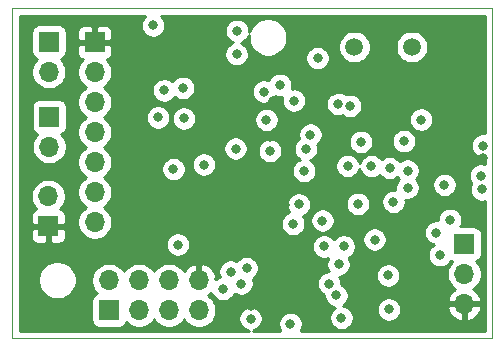
<source format=gbr>
%TF.GenerationSoftware,KiCad,Pcbnew,(5.1.6-0-10_14)*%
%TF.CreationDate,2021-06-09T21:20:11-05:00*%
%TF.ProjectId,led_driver_v2_06052021,6c65645f-6472-4697-9665-725f76325f30,rev?*%
%TF.SameCoordinates,Original*%
%TF.FileFunction,Copper,L3,Inr*%
%TF.FilePolarity,Positive*%
%FSLAX46Y46*%
G04 Gerber Fmt 4.6, Leading zero omitted, Abs format (unit mm)*
G04 Created by KiCad (PCBNEW (5.1.6-0-10_14)) date 2021-06-09 21:20:11*
%MOMM*%
%LPD*%
G01*
G04 APERTURE LIST*
%TA.AperFunction,Profile*%
%ADD10C,0.050000*%
%TD*%
%TA.AperFunction,ViaPad*%
%ADD11C,1.500000*%
%TD*%
%TA.AperFunction,ViaPad*%
%ADD12R,1.700000X1.700000*%
%TD*%
%TA.AperFunction,ViaPad*%
%ADD13O,1.700000X1.700000*%
%TD*%
%TA.AperFunction,ViaPad*%
%ADD14C,0.800000*%
%TD*%
%TA.AperFunction,Conductor*%
%ADD15C,0.254000*%
%TD*%
G04 APERTURE END LIST*
D10*
X182880000Y-25400000D02*
X142240000Y-25400000D01*
X182880000Y-53340000D02*
X182880000Y-25400000D01*
X142240000Y-53340000D02*
X182880000Y-53340000D01*
X142240000Y-25400000D02*
X142240000Y-53340000D01*
D11*
%TO.N,/XTAL1_HI*%
%TO.C,Y2*%
X176070000Y-28660000D03*
%TO.N,/XTAL2_HI*%
X171190000Y-28660000D03*
%TD*%
D12*
%TO.N,GND*%
%TO.C,J3*%
X145290000Y-43840000D03*
D13*
%TO.N,/RST*%
X145290000Y-41300000D03*
%TD*%
D12*
%TO.N,+3V3*%
%TO.C,J4*%
X150420000Y-50960000D03*
D13*
%TO.N,/SWDIO*%
X150420000Y-48420000D03*
%TO.N,/SWCLK*%
X152960000Y-50960000D03*
%TO.N,/SWO*%
X152960000Y-48420000D03*
%TO.N,/NJTRST*%
X155500000Y-50960000D03*
%TO.N,/TDI*%
X155500000Y-48420000D03*
%TO.N,/STM32_LED_STRIP_OUT*%
X158040000Y-50960000D03*
%TO.N,GND*%
X158040000Y-48420000D03*
%TD*%
D12*
%TO.N,Net-(J5-Pad1)*%
%TO.C,J5*%
X145360000Y-34570000D03*
D13*
%TO.N,/SYS_5V*%
X145360000Y-37110000D03*
%TD*%
%TO.N,/SYS_5V*%
%TO.C,J6*%
X145340000Y-30770000D03*
D12*
%TO.N,Net-(J6-Pad1)*%
X145340000Y-28230000D03*
%TD*%
%TO.N,GND*%
%TO.C,J7*%
X149220000Y-28260000D03*
D13*
%TO.N,/SYS_5V*%
X149220000Y-30800000D03*
%TO.N,/INT1_5V*%
X149220000Y-33340000D03*
%TO.N,/INT2_5V*%
X149220000Y-35880000D03*
%TO.N,/INT3_5V*%
X149220000Y-38420000D03*
%TO.N,Net-(J7-Pad6)*%
X149220000Y-40960000D03*
%TO.N,Net-(J7-Pad7)*%
X149220000Y-43500000D03*
%TD*%
D12*
%TO.N,/VIN*%
%TO.C,J8*%
X180500000Y-45340000D03*
D13*
%TO.N,/LED_STRIP_OUT*%
X180500000Y-47880000D03*
%TO.N,GND*%
X180500000Y-50420000D03*
%TD*%
D14*
%TO.N,/RED_LED*%
X161280000Y-27300000D03*
%TO.N,GND*%
X168030000Y-28020000D03*
%TO.N,+3V3*%
X182070000Y-37010000D03*
%TO.N,GND*%
X182090000Y-38050000D03*
X179190000Y-31360000D03*
X177460000Y-31430000D03*
X169430000Y-32370000D03*
X173910000Y-49520000D03*
X178830000Y-37540000D03*
X162440000Y-50630000D03*
X161330000Y-45450000D03*
X156600000Y-36410000D03*
X160180000Y-38610000D03*
X164290000Y-33220000D03*
X164060000Y-36270000D03*
X165350000Y-42020000D03*
X170770000Y-40210000D03*
X164140000Y-45060000D03*
X158580000Y-27340000D03*
%TO.N,/VIN*%
X161150000Y-37270000D03*
X163530000Y-32440000D03*
X156690000Y-32120000D03*
%TO.N,+3V3*%
X181900000Y-39560000D03*
X176860000Y-34820000D03*
X178450000Y-46280000D03*
X174060000Y-48010000D03*
X162070000Y-47380000D03*
X162420000Y-51660000D03*
X156770000Y-34710000D03*
X171750000Y-36700000D03*
X166070000Y-33200000D03*
X168490000Y-43360000D03*
X164040000Y-37470000D03*
X164890000Y-31880000D03*
%TO.N,/SWDIO*%
X174500000Y-41770000D03*
%TO.N,/SWCLK*%
X174120000Y-50880000D03*
%TO.N,/SWO*%
X179280000Y-43310000D03*
%TO.N,/NJTRST*%
X175700000Y-40580000D03*
X182000000Y-40720000D03*
%TO.N,/TDI*%
X178130000Y-44380000D03*
%TO.N,/STM32_LED_STRIP_OUT*%
X169070000Y-48690000D03*
X170630000Y-38740000D03*
X166940000Y-39160000D03*
X161640000Y-48690000D03*
X155880000Y-39000000D03*
%TO.N,Net-(J6-Pad1)*%
X154160000Y-26840000D03*
X161230000Y-29270000D03*
%TO.N,/INT2_5V*%
X166020000Y-43630000D03*
X169680000Y-49700000D03*
X168630000Y-45550000D03*
%TO.N,/LED_STRIP_OUT*%
X172910000Y-44970000D03*
%TO.N,/GRN_LED*%
X166500000Y-42000000D03*
X155090000Y-32330000D03*
X154580000Y-34620000D03*
X158450000Y-38620000D03*
%TO.N,/RED_LED*%
X172640000Y-38750000D03*
%TO.N,/INT3*%
X169820000Y-33480000D03*
X167470000Y-36090000D03*
X165790000Y-52100000D03*
%TO.N,/INT2*%
X170830000Y-33660000D03*
X167090000Y-37300000D03*
X170110000Y-51590000D03*
X163750000Y-34830000D03*
%TO.N,/INT1*%
X175390000Y-36630000D03*
X160090000Y-49150000D03*
X174190000Y-38910000D03*
X171500000Y-41950000D03*
X160720000Y-47690000D03*
X156260000Y-45400000D03*
X168080000Y-29600000D03*
%TO.N,/I2C1_SDA*%
X178830000Y-40330000D03*
X175715010Y-39124990D03*
%TO.N,/LVL_SHIFTER_EN*%
X169870000Y-47070000D03*
X170300000Y-45540000D03*
%TD*%
D15*
%TO.N,GND*%
G36*
X153356063Y-26180226D02*
G01*
X153242795Y-26349744D01*
X153164774Y-26538102D01*
X153125000Y-26738061D01*
X153125000Y-26941939D01*
X153164774Y-27141898D01*
X153242795Y-27330256D01*
X153356063Y-27499774D01*
X153500226Y-27643937D01*
X153669744Y-27757205D01*
X153858102Y-27835226D01*
X154058061Y-27875000D01*
X154261939Y-27875000D01*
X154461898Y-27835226D01*
X154650256Y-27757205D01*
X154819774Y-27643937D01*
X154963937Y-27499774D01*
X155077205Y-27330256D01*
X155155226Y-27141898D01*
X155195000Y-26941939D01*
X155195000Y-26738061D01*
X155155226Y-26538102D01*
X155077205Y-26349744D01*
X154963937Y-26180226D01*
X154843711Y-26060000D01*
X182220001Y-26060000D01*
X182220001Y-35984560D01*
X182171939Y-35975000D01*
X181968061Y-35975000D01*
X181768102Y-36014774D01*
X181579744Y-36092795D01*
X181410226Y-36206063D01*
X181266063Y-36350226D01*
X181152795Y-36519744D01*
X181074774Y-36708102D01*
X181035000Y-36908061D01*
X181035000Y-37111939D01*
X181074774Y-37311898D01*
X181152795Y-37500256D01*
X181266063Y-37669774D01*
X181410226Y-37813937D01*
X181579744Y-37927205D01*
X181768102Y-38005226D01*
X181968061Y-38045000D01*
X182171939Y-38045000D01*
X182220001Y-38035440D01*
X182220001Y-38572272D01*
X182201898Y-38564774D01*
X182001939Y-38525000D01*
X181798061Y-38525000D01*
X181598102Y-38564774D01*
X181409744Y-38642795D01*
X181240226Y-38756063D01*
X181096063Y-38900226D01*
X180982795Y-39069744D01*
X180904774Y-39258102D01*
X180865000Y-39458061D01*
X180865000Y-39661939D01*
X180904774Y-39861898D01*
X180982795Y-40050256D01*
X181092760Y-40214830D01*
X181082795Y-40229744D01*
X181004774Y-40418102D01*
X180965000Y-40618061D01*
X180965000Y-40821939D01*
X181004774Y-41021898D01*
X181082795Y-41210256D01*
X181196063Y-41379774D01*
X181340226Y-41523937D01*
X181509744Y-41637205D01*
X181698102Y-41715226D01*
X181898061Y-41755000D01*
X182101939Y-41755000D01*
X182220000Y-41731516D01*
X182220000Y-52680000D01*
X166647240Y-52680000D01*
X166707205Y-52590256D01*
X166785226Y-52401898D01*
X166825000Y-52201939D01*
X166825000Y-51998061D01*
X166785226Y-51798102D01*
X166707205Y-51609744D01*
X166593937Y-51440226D01*
X166449774Y-51296063D01*
X166280256Y-51182795D01*
X166091898Y-51104774D01*
X165891939Y-51065000D01*
X165688061Y-51065000D01*
X165488102Y-51104774D01*
X165299744Y-51182795D01*
X165130226Y-51296063D01*
X164986063Y-51440226D01*
X164872795Y-51609744D01*
X164794774Y-51798102D01*
X164755000Y-51998061D01*
X164755000Y-52201939D01*
X164794774Y-52401898D01*
X164872795Y-52590256D01*
X164932760Y-52680000D01*
X162597350Y-52680000D01*
X162721898Y-52655226D01*
X162910256Y-52577205D01*
X163079774Y-52463937D01*
X163223937Y-52319774D01*
X163337205Y-52150256D01*
X163415226Y-51961898D01*
X163455000Y-51761939D01*
X163455000Y-51558061D01*
X163415226Y-51358102D01*
X163337205Y-51169744D01*
X163223937Y-51000226D01*
X163079774Y-50856063D01*
X162910256Y-50742795D01*
X162721898Y-50664774D01*
X162521939Y-50625000D01*
X162318061Y-50625000D01*
X162118102Y-50664774D01*
X161929744Y-50742795D01*
X161760226Y-50856063D01*
X161616063Y-51000226D01*
X161502795Y-51169744D01*
X161424774Y-51358102D01*
X161385000Y-51558061D01*
X161385000Y-51761939D01*
X161424774Y-51961898D01*
X161502795Y-52150256D01*
X161616063Y-52319774D01*
X161760226Y-52463937D01*
X161929744Y-52577205D01*
X162118102Y-52655226D01*
X162242650Y-52680000D01*
X142900000Y-52680000D01*
X142900000Y-50110000D01*
X148931928Y-50110000D01*
X148931928Y-51810000D01*
X148944188Y-51934482D01*
X148980498Y-52054180D01*
X149039463Y-52164494D01*
X149118815Y-52261185D01*
X149215506Y-52340537D01*
X149325820Y-52399502D01*
X149445518Y-52435812D01*
X149570000Y-52448072D01*
X151270000Y-52448072D01*
X151394482Y-52435812D01*
X151514180Y-52399502D01*
X151624494Y-52340537D01*
X151721185Y-52261185D01*
X151800537Y-52164494D01*
X151859502Y-52054180D01*
X151881513Y-51981620D01*
X152013368Y-52113475D01*
X152256589Y-52275990D01*
X152526842Y-52387932D01*
X152813740Y-52445000D01*
X153106260Y-52445000D01*
X153393158Y-52387932D01*
X153663411Y-52275990D01*
X153906632Y-52113475D01*
X154113475Y-51906632D01*
X154230000Y-51732240D01*
X154346525Y-51906632D01*
X154553368Y-52113475D01*
X154796589Y-52275990D01*
X155066842Y-52387932D01*
X155353740Y-52445000D01*
X155646260Y-52445000D01*
X155933158Y-52387932D01*
X156203411Y-52275990D01*
X156446632Y-52113475D01*
X156653475Y-51906632D01*
X156770000Y-51732240D01*
X156886525Y-51906632D01*
X157093368Y-52113475D01*
X157336589Y-52275990D01*
X157606842Y-52387932D01*
X157893740Y-52445000D01*
X158186260Y-52445000D01*
X158473158Y-52387932D01*
X158743411Y-52275990D01*
X158986632Y-52113475D01*
X159193475Y-51906632D01*
X159355990Y-51663411D01*
X159467932Y-51393158D01*
X159525000Y-51106260D01*
X159525000Y-50813740D01*
X159467932Y-50526842D01*
X159355990Y-50256589D01*
X159193475Y-50013368D01*
X158986632Y-49806525D01*
X158810594Y-49688900D01*
X159040269Y-49517588D01*
X159096256Y-49455476D01*
X159172795Y-49640256D01*
X159286063Y-49809774D01*
X159430226Y-49953937D01*
X159599744Y-50067205D01*
X159788102Y-50145226D01*
X159988061Y-50185000D01*
X160191939Y-50185000D01*
X160391898Y-50145226D01*
X160580256Y-50067205D01*
X160749774Y-49953937D01*
X160893937Y-49809774D01*
X161007205Y-49640256D01*
X161048826Y-49539774D01*
X161149744Y-49607205D01*
X161338102Y-49685226D01*
X161538061Y-49725000D01*
X161741939Y-49725000D01*
X161941898Y-49685226D01*
X162130256Y-49607205D01*
X162299774Y-49493937D01*
X162443937Y-49349774D01*
X162557205Y-49180256D01*
X162635226Y-48991898D01*
X162675000Y-48791939D01*
X162675000Y-48588061D01*
X162635226Y-48388102D01*
X162589485Y-48277675D01*
X162729774Y-48183937D01*
X162873937Y-48039774D01*
X162987205Y-47870256D01*
X163065226Y-47681898D01*
X163105000Y-47481939D01*
X163105000Y-47278061D01*
X163065226Y-47078102D01*
X162987205Y-46889744D01*
X162873937Y-46720226D01*
X162729774Y-46576063D01*
X162560256Y-46462795D01*
X162371898Y-46384774D01*
X162171939Y-46345000D01*
X161968061Y-46345000D01*
X161768102Y-46384774D01*
X161579744Y-46462795D01*
X161410226Y-46576063D01*
X161266063Y-46720226D01*
X161224554Y-46782349D01*
X161210256Y-46772795D01*
X161021898Y-46694774D01*
X160821939Y-46655000D01*
X160618061Y-46655000D01*
X160418102Y-46694774D01*
X160229744Y-46772795D01*
X160060226Y-46886063D01*
X159916063Y-47030226D01*
X159802795Y-47199744D01*
X159724774Y-47388102D01*
X159685000Y-47588061D01*
X159685000Y-47791939D01*
X159724774Y-47991898D01*
X159791925Y-48154014D01*
X159788102Y-48154774D01*
X159599744Y-48232795D01*
X159509644Y-48292998D01*
X159360815Y-48292998D01*
X159481481Y-48063109D01*
X159384157Y-47788748D01*
X159235178Y-47538645D01*
X159040269Y-47322412D01*
X158806920Y-47148359D01*
X158544099Y-47023175D01*
X158396890Y-46978524D01*
X158167000Y-47099845D01*
X158167000Y-48293000D01*
X158187000Y-48293000D01*
X158187000Y-48547000D01*
X158167000Y-48547000D01*
X158167000Y-48567000D01*
X157913000Y-48567000D01*
X157913000Y-48547000D01*
X157893000Y-48547000D01*
X157893000Y-48293000D01*
X157913000Y-48293000D01*
X157913000Y-47099845D01*
X157683110Y-46978524D01*
X157535901Y-47023175D01*
X157273080Y-47148359D01*
X157039731Y-47322412D01*
X156844822Y-47538645D01*
X156775195Y-47655534D01*
X156653475Y-47473368D01*
X156446632Y-47266525D01*
X156203411Y-47104010D01*
X155933158Y-46992068D01*
X155646260Y-46935000D01*
X155353740Y-46935000D01*
X155066842Y-46992068D01*
X154796589Y-47104010D01*
X154553368Y-47266525D01*
X154346525Y-47473368D01*
X154230000Y-47647760D01*
X154113475Y-47473368D01*
X153906632Y-47266525D01*
X153663411Y-47104010D01*
X153393158Y-46992068D01*
X153106260Y-46935000D01*
X152813740Y-46935000D01*
X152526842Y-46992068D01*
X152256589Y-47104010D01*
X152013368Y-47266525D01*
X151806525Y-47473368D01*
X151690000Y-47647760D01*
X151573475Y-47473368D01*
X151366632Y-47266525D01*
X151123411Y-47104010D01*
X150853158Y-46992068D01*
X150566260Y-46935000D01*
X150273740Y-46935000D01*
X149986842Y-46992068D01*
X149716589Y-47104010D01*
X149473368Y-47266525D01*
X149266525Y-47473368D01*
X149104010Y-47716589D01*
X148992068Y-47986842D01*
X148935000Y-48273740D01*
X148935000Y-48566260D01*
X148992068Y-48853158D01*
X149104010Y-49123411D01*
X149266525Y-49366632D01*
X149398380Y-49498487D01*
X149325820Y-49520498D01*
X149215506Y-49579463D01*
X149118815Y-49658815D01*
X149039463Y-49755506D01*
X148980498Y-49865820D01*
X148944188Y-49985518D01*
X148931928Y-50110000D01*
X142900000Y-50110000D01*
X142900000Y-48238967D01*
X144415000Y-48238967D01*
X144415000Y-48561033D01*
X144477832Y-48876912D01*
X144601082Y-49174463D01*
X144780013Y-49442252D01*
X145007748Y-49669987D01*
X145275537Y-49848918D01*
X145573088Y-49972168D01*
X145888967Y-50035000D01*
X146211033Y-50035000D01*
X146526912Y-49972168D01*
X146824463Y-49848918D01*
X147092252Y-49669987D01*
X147319987Y-49442252D01*
X147498918Y-49174463D01*
X147622168Y-48876912D01*
X147685000Y-48561033D01*
X147685000Y-48238967D01*
X147622168Y-47923088D01*
X147498918Y-47625537D01*
X147319987Y-47357748D01*
X147092252Y-47130013D01*
X146824463Y-46951082D01*
X146526912Y-46827832D01*
X146211033Y-46765000D01*
X145888967Y-46765000D01*
X145573088Y-46827832D01*
X145275537Y-46951082D01*
X145007748Y-47130013D01*
X144780013Y-47357748D01*
X144601082Y-47625537D01*
X144477832Y-47923088D01*
X144415000Y-48238967D01*
X142900000Y-48238967D01*
X142900000Y-44690000D01*
X143801928Y-44690000D01*
X143814188Y-44814482D01*
X143850498Y-44934180D01*
X143909463Y-45044494D01*
X143988815Y-45141185D01*
X144085506Y-45220537D01*
X144195820Y-45279502D01*
X144315518Y-45315812D01*
X144440000Y-45328072D01*
X145004250Y-45325000D01*
X145163000Y-45166250D01*
X145163000Y-43967000D01*
X145417000Y-43967000D01*
X145417000Y-45166250D01*
X145575750Y-45325000D01*
X146140000Y-45328072D01*
X146264482Y-45315812D01*
X146322999Y-45298061D01*
X155225000Y-45298061D01*
X155225000Y-45501939D01*
X155264774Y-45701898D01*
X155342795Y-45890256D01*
X155456063Y-46059774D01*
X155600226Y-46203937D01*
X155769744Y-46317205D01*
X155958102Y-46395226D01*
X156158061Y-46435000D01*
X156361939Y-46435000D01*
X156561898Y-46395226D01*
X156750256Y-46317205D01*
X156919774Y-46203937D01*
X157063937Y-46059774D01*
X157177205Y-45890256D01*
X157255226Y-45701898D01*
X157295000Y-45501939D01*
X157295000Y-45448061D01*
X167595000Y-45448061D01*
X167595000Y-45651939D01*
X167634774Y-45851898D01*
X167712795Y-46040256D01*
X167826063Y-46209774D01*
X167970226Y-46353937D01*
X168139744Y-46467205D01*
X168328102Y-46545226D01*
X168528061Y-46585000D01*
X168731939Y-46585000D01*
X168931898Y-46545226D01*
X168992682Y-46520048D01*
X168952795Y-46579744D01*
X168874774Y-46768102D01*
X168835000Y-46968061D01*
X168835000Y-47171939D01*
X168874774Y-47371898D01*
X168952795Y-47560256D01*
X169016101Y-47655000D01*
X168968061Y-47655000D01*
X168768102Y-47694774D01*
X168579744Y-47772795D01*
X168410226Y-47886063D01*
X168266063Y-48030226D01*
X168152795Y-48199744D01*
X168074774Y-48388102D01*
X168035000Y-48588061D01*
X168035000Y-48791939D01*
X168074774Y-48991898D01*
X168152795Y-49180256D01*
X168266063Y-49349774D01*
X168410226Y-49493937D01*
X168579744Y-49607205D01*
X168645000Y-49634235D01*
X168645000Y-49801939D01*
X168684774Y-50001898D01*
X168762795Y-50190256D01*
X168876063Y-50359774D01*
X169020226Y-50503937D01*
X169189744Y-50617205D01*
X169378102Y-50695226D01*
X169538442Y-50727119D01*
X169450226Y-50786063D01*
X169306063Y-50930226D01*
X169192795Y-51099744D01*
X169114774Y-51288102D01*
X169075000Y-51488061D01*
X169075000Y-51691939D01*
X169114774Y-51891898D01*
X169192795Y-52080256D01*
X169306063Y-52249774D01*
X169450226Y-52393937D01*
X169619744Y-52507205D01*
X169808102Y-52585226D01*
X170008061Y-52625000D01*
X170211939Y-52625000D01*
X170411898Y-52585226D01*
X170600256Y-52507205D01*
X170769774Y-52393937D01*
X170913937Y-52249774D01*
X171027205Y-52080256D01*
X171105226Y-51891898D01*
X171145000Y-51691939D01*
X171145000Y-51488061D01*
X171105226Y-51288102D01*
X171027205Y-51099744D01*
X170913937Y-50930226D01*
X170769774Y-50786063D01*
X170757799Y-50778061D01*
X173085000Y-50778061D01*
X173085000Y-50981939D01*
X173124774Y-51181898D01*
X173202795Y-51370256D01*
X173316063Y-51539774D01*
X173460226Y-51683937D01*
X173629744Y-51797205D01*
X173818102Y-51875226D01*
X174018061Y-51915000D01*
X174221939Y-51915000D01*
X174421898Y-51875226D01*
X174610256Y-51797205D01*
X174779774Y-51683937D01*
X174923937Y-51539774D01*
X175037205Y-51370256D01*
X175115226Y-51181898D01*
X175155000Y-50981939D01*
X175155000Y-50778061D01*
X175154768Y-50776890D01*
X179058524Y-50776890D01*
X179103175Y-50924099D01*
X179228359Y-51186920D01*
X179402412Y-51420269D01*
X179618645Y-51615178D01*
X179868748Y-51764157D01*
X180143109Y-51861481D01*
X180373000Y-51740814D01*
X180373000Y-50547000D01*
X180627000Y-50547000D01*
X180627000Y-51740814D01*
X180856891Y-51861481D01*
X181131252Y-51764157D01*
X181381355Y-51615178D01*
X181597588Y-51420269D01*
X181771641Y-51186920D01*
X181896825Y-50924099D01*
X181941476Y-50776890D01*
X181820155Y-50547000D01*
X180627000Y-50547000D01*
X180373000Y-50547000D01*
X179179845Y-50547000D01*
X179058524Y-50776890D01*
X175154768Y-50776890D01*
X175115226Y-50578102D01*
X175037205Y-50389744D01*
X174923937Y-50220226D01*
X174779774Y-50076063D01*
X174610256Y-49962795D01*
X174421898Y-49884774D01*
X174221939Y-49845000D01*
X174018061Y-49845000D01*
X173818102Y-49884774D01*
X173629744Y-49962795D01*
X173460226Y-50076063D01*
X173316063Y-50220226D01*
X173202795Y-50389744D01*
X173124774Y-50578102D01*
X173085000Y-50778061D01*
X170757799Y-50778061D01*
X170600256Y-50672795D01*
X170411898Y-50594774D01*
X170251558Y-50562881D01*
X170339774Y-50503937D01*
X170483937Y-50359774D01*
X170597205Y-50190256D01*
X170675226Y-50001898D01*
X170715000Y-49801939D01*
X170715000Y-49598061D01*
X170675226Y-49398102D01*
X170597205Y-49209744D01*
X170483937Y-49040226D01*
X170339774Y-48896063D01*
X170170256Y-48782795D01*
X170105000Y-48755765D01*
X170105000Y-48588061D01*
X170065226Y-48388102D01*
X169987205Y-48199744D01*
X169923899Y-48105000D01*
X169971939Y-48105000D01*
X170171898Y-48065226D01*
X170360256Y-47987205D01*
X170478703Y-47908061D01*
X173025000Y-47908061D01*
X173025000Y-48111939D01*
X173064774Y-48311898D01*
X173142795Y-48500256D01*
X173256063Y-48669774D01*
X173400226Y-48813937D01*
X173569744Y-48927205D01*
X173758102Y-49005226D01*
X173958061Y-49045000D01*
X174161939Y-49045000D01*
X174361898Y-49005226D01*
X174550256Y-48927205D01*
X174719774Y-48813937D01*
X174863937Y-48669774D01*
X174977205Y-48500256D01*
X175055226Y-48311898D01*
X175095000Y-48111939D01*
X175095000Y-47908061D01*
X175055226Y-47708102D01*
X174977205Y-47519744D01*
X174863937Y-47350226D01*
X174719774Y-47206063D01*
X174550256Y-47092795D01*
X174361898Y-47014774D01*
X174161939Y-46975000D01*
X173958061Y-46975000D01*
X173758102Y-47014774D01*
X173569744Y-47092795D01*
X173400226Y-47206063D01*
X173256063Y-47350226D01*
X173142795Y-47519744D01*
X173064774Y-47708102D01*
X173025000Y-47908061D01*
X170478703Y-47908061D01*
X170529774Y-47873937D01*
X170673937Y-47729774D01*
X170787205Y-47560256D01*
X170865226Y-47371898D01*
X170905000Y-47171939D01*
X170905000Y-46968061D01*
X170865226Y-46768102D01*
X170787205Y-46579744D01*
X170723738Y-46484758D01*
X170790256Y-46457205D01*
X170959774Y-46343937D01*
X171103937Y-46199774D01*
X171217205Y-46030256D01*
X171295226Y-45841898D01*
X171335000Y-45641939D01*
X171335000Y-45438061D01*
X171295226Y-45238102D01*
X171217205Y-45049744D01*
X171103937Y-44880226D01*
X171091772Y-44868061D01*
X171875000Y-44868061D01*
X171875000Y-45071939D01*
X171914774Y-45271898D01*
X171992795Y-45460256D01*
X172106063Y-45629774D01*
X172250226Y-45773937D01*
X172419744Y-45887205D01*
X172608102Y-45965226D01*
X172808061Y-46005000D01*
X173011939Y-46005000D01*
X173211898Y-45965226D01*
X173400256Y-45887205D01*
X173569774Y-45773937D01*
X173713937Y-45629774D01*
X173827205Y-45460256D01*
X173905226Y-45271898D01*
X173945000Y-45071939D01*
X173945000Y-44868061D01*
X173905226Y-44668102D01*
X173827205Y-44479744D01*
X173713937Y-44310226D01*
X173681772Y-44278061D01*
X177095000Y-44278061D01*
X177095000Y-44481939D01*
X177134774Y-44681898D01*
X177212795Y-44870256D01*
X177326063Y-45039774D01*
X177470226Y-45183937D01*
X177639744Y-45297205D01*
X177828102Y-45375226D01*
X177915209Y-45392552D01*
X177790226Y-45476063D01*
X177646063Y-45620226D01*
X177532795Y-45789744D01*
X177454774Y-45978102D01*
X177415000Y-46178061D01*
X177415000Y-46381939D01*
X177454774Y-46581898D01*
X177532795Y-46770256D01*
X177646063Y-46939774D01*
X177790226Y-47083937D01*
X177959744Y-47197205D01*
X178148102Y-47275226D01*
X178348061Y-47315000D01*
X178551939Y-47315000D01*
X178751898Y-47275226D01*
X178940256Y-47197205D01*
X179109774Y-47083937D01*
X179253937Y-46939774D01*
X179367205Y-46770256D01*
X179371069Y-46760927D01*
X179405820Y-46779502D01*
X179478380Y-46801513D01*
X179346525Y-46933368D01*
X179184010Y-47176589D01*
X179072068Y-47446842D01*
X179015000Y-47733740D01*
X179015000Y-48026260D01*
X179072068Y-48313158D01*
X179184010Y-48583411D01*
X179346525Y-48826632D01*
X179553368Y-49033475D01*
X179735534Y-49155195D01*
X179618645Y-49224822D01*
X179402412Y-49419731D01*
X179228359Y-49653080D01*
X179103175Y-49915901D01*
X179058524Y-50063110D01*
X179179845Y-50293000D01*
X180373000Y-50293000D01*
X180373000Y-50273000D01*
X180627000Y-50273000D01*
X180627000Y-50293000D01*
X181820155Y-50293000D01*
X181941476Y-50063110D01*
X181896825Y-49915901D01*
X181771641Y-49653080D01*
X181597588Y-49419731D01*
X181381355Y-49224822D01*
X181264466Y-49155195D01*
X181446632Y-49033475D01*
X181653475Y-48826632D01*
X181815990Y-48583411D01*
X181927932Y-48313158D01*
X181985000Y-48026260D01*
X181985000Y-47733740D01*
X181927932Y-47446842D01*
X181815990Y-47176589D01*
X181653475Y-46933368D01*
X181521620Y-46801513D01*
X181594180Y-46779502D01*
X181704494Y-46720537D01*
X181801185Y-46641185D01*
X181880537Y-46544494D01*
X181939502Y-46434180D01*
X181975812Y-46314482D01*
X181988072Y-46190000D01*
X181988072Y-44490000D01*
X181975812Y-44365518D01*
X181939502Y-44245820D01*
X181880537Y-44135506D01*
X181801185Y-44038815D01*
X181704494Y-43959463D01*
X181594180Y-43900498D01*
X181474482Y-43864188D01*
X181350000Y-43851928D01*
X180162679Y-43851928D01*
X180197205Y-43800256D01*
X180275226Y-43611898D01*
X180315000Y-43411939D01*
X180315000Y-43208061D01*
X180275226Y-43008102D01*
X180197205Y-42819744D01*
X180083937Y-42650226D01*
X179939774Y-42506063D01*
X179770256Y-42392795D01*
X179581898Y-42314774D01*
X179381939Y-42275000D01*
X179178061Y-42275000D01*
X178978102Y-42314774D01*
X178789744Y-42392795D01*
X178620226Y-42506063D01*
X178476063Y-42650226D01*
X178362795Y-42819744D01*
X178284774Y-43008102D01*
X178245000Y-43208061D01*
X178245000Y-43347598D01*
X178231939Y-43345000D01*
X178028061Y-43345000D01*
X177828102Y-43384774D01*
X177639744Y-43462795D01*
X177470226Y-43576063D01*
X177326063Y-43720226D01*
X177212795Y-43889744D01*
X177134774Y-44078102D01*
X177095000Y-44278061D01*
X173681772Y-44278061D01*
X173569774Y-44166063D01*
X173400256Y-44052795D01*
X173211898Y-43974774D01*
X173011939Y-43935000D01*
X172808061Y-43935000D01*
X172608102Y-43974774D01*
X172419744Y-44052795D01*
X172250226Y-44166063D01*
X172106063Y-44310226D01*
X171992795Y-44479744D01*
X171914774Y-44668102D01*
X171875000Y-44868061D01*
X171091772Y-44868061D01*
X170959774Y-44736063D01*
X170790256Y-44622795D01*
X170601898Y-44544774D01*
X170401939Y-44505000D01*
X170198061Y-44505000D01*
X169998102Y-44544774D01*
X169809744Y-44622795D01*
X169640226Y-44736063D01*
X169496063Y-44880226D01*
X169461659Y-44931715D01*
X169433937Y-44890226D01*
X169289774Y-44746063D01*
X169120256Y-44632795D01*
X168931898Y-44554774D01*
X168731939Y-44515000D01*
X168528061Y-44515000D01*
X168328102Y-44554774D01*
X168139744Y-44632795D01*
X167970226Y-44746063D01*
X167826063Y-44890226D01*
X167712795Y-45059744D01*
X167634774Y-45248102D01*
X167595000Y-45448061D01*
X157295000Y-45448061D01*
X157295000Y-45298061D01*
X157255226Y-45098102D01*
X157177205Y-44909744D01*
X157063937Y-44740226D01*
X156919774Y-44596063D01*
X156750256Y-44482795D01*
X156561898Y-44404774D01*
X156361939Y-44365000D01*
X156158061Y-44365000D01*
X155958102Y-44404774D01*
X155769744Y-44482795D01*
X155600226Y-44596063D01*
X155456063Y-44740226D01*
X155342795Y-44909744D01*
X155264774Y-45098102D01*
X155225000Y-45298061D01*
X146322999Y-45298061D01*
X146384180Y-45279502D01*
X146494494Y-45220537D01*
X146591185Y-45141185D01*
X146670537Y-45044494D01*
X146729502Y-44934180D01*
X146765812Y-44814482D01*
X146778072Y-44690000D01*
X146775000Y-44125750D01*
X146616250Y-43967000D01*
X145417000Y-43967000D01*
X145163000Y-43967000D01*
X143963750Y-43967000D01*
X143805000Y-44125750D01*
X143801928Y-44690000D01*
X142900000Y-44690000D01*
X142900000Y-42990000D01*
X143801928Y-42990000D01*
X143805000Y-43554250D01*
X143963750Y-43713000D01*
X145163000Y-43713000D01*
X145163000Y-43693000D01*
X145417000Y-43693000D01*
X145417000Y-43713000D01*
X146616250Y-43713000D01*
X146775000Y-43554250D01*
X146778072Y-42990000D01*
X146765812Y-42865518D01*
X146729502Y-42745820D01*
X146670537Y-42635506D01*
X146591185Y-42538815D01*
X146494494Y-42459463D01*
X146384180Y-42400498D01*
X146311620Y-42378487D01*
X146443475Y-42246632D01*
X146605990Y-42003411D01*
X146717932Y-41733158D01*
X146775000Y-41446260D01*
X146775000Y-41153740D01*
X146717932Y-40866842D01*
X146605990Y-40596589D01*
X146443475Y-40353368D01*
X146236632Y-40146525D01*
X145993411Y-39984010D01*
X145723158Y-39872068D01*
X145436260Y-39815000D01*
X145143740Y-39815000D01*
X144856842Y-39872068D01*
X144586589Y-39984010D01*
X144343368Y-40146525D01*
X144136525Y-40353368D01*
X143974010Y-40596589D01*
X143862068Y-40866842D01*
X143805000Y-41153740D01*
X143805000Y-41446260D01*
X143862068Y-41733158D01*
X143974010Y-42003411D01*
X144136525Y-42246632D01*
X144268380Y-42378487D01*
X144195820Y-42400498D01*
X144085506Y-42459463D01*
X143988815Y-42538815D01*
X143909463Y-42635506D01*
X143850498Y-42745820D01*
X143814188Y-42865518D01*
X143801928Y-42990000D01*
X142900000Y-42990000D01*
X142900000Y-33720000D01*
X143871928Y-33720000D01*
X143871928Y-35420000D01*
X143884188Y-35544482D01*
X143920498Y-35664180D01*
X143979463Y-35774494D01*
X144058815Y-35871185D01*
X144155506Y-35950537D01*
X144265820Y-36009502D01*
X144338380Y-36031513D01*
X144206525Y-36163368D01*
X144044010Y-36406589D01*
X143932068Y-36676842D01*
X143875000Y-36963740D01*
X143875000Y-37256260D01*
X143932068Y-37543158D01*
X144044010Y-37813411D01*
X144206525Y-38056632D01*
X144413368Y-38263475D01*
X144656589Y-38425990D01*
X144926842Y-38537932D01*
X145213740Y-38595000D01*
X145506260Y-38595000D01*
X145793158Y-38537932D01*
X146063411Y-38425990D01*
X146306632Y-38263475D01*
X146513475Y-38056632D01*
X146675990Y-37813411D01*
X146787932Y-37543158D01*
X146845000Y-37256260D01*
X146845000Y-36963740D01*
X146787932Y-36676842D01*
X146675990Y-36406589D01*
X146513475Y-36163368D01*
X146381620Y-36031513D01*
X146454180Y-36009502D01*
X146564494Y-35950537D01*
X146661185Y-35871185D01*
X146740537Y-35774494D01*
X146799502Y-35664180D01*
X146835812Y-35544482D01*
X146848072Y-35420000D01*
X146848072Y-33720000D01*
X146835812Y-33595518D01*
X146799502Y-33475820D01*
X146740537Y-33365506D01*
X146661185Y-33268815D01*
X146564494Y-33189463D01*
X146454180Y-33130498D01*
X146334482Y-33094188D01*
X146210000Y-33081928D01*
X144510000Y-33081928D01*
X144385518Y-33094188D01*
X144265820Y-33130498D01*
X144155506Y-33189463D01*
X144058815Y-33268815D01*
X143979463Y-33365506D01*
X143920498Y-33475820D01*
X143884188Y-33595518D01*
X143871928Y-33720000D01*
X142900000Y-33720000D01*
X142900000Y-27380000D01*
X143851928Y-27380000D01*
X143851928Y-29080000D01*
X143864188Y-29204482D01*
X143900498Y-29324180D01*
X143959463Y-29434494D01*
X144038815Y-29531185D01*
X144135506Y-29610537D01*
X144245820Y-29669502D01*
X144318380Y-29691513D01*
X144186525Y-29823368D01*
X144024010Y-30066589D01*
X143912068Y-30336842D01*
X143855000Y-30623740D01*
X143855000Y-30916260D01*
X143912068Y-31203158D01*
X144024010Y-31473411D01*
X144186525Y-31716632D01*
X144393368Y-31923475D01*
X144636589Y-32085990D01*
X144906842Y-32197932D01*
X145193740Y-32255000D01*
X145486260Y-32255000D01*
X145773158Y-32197932D01*
X146043411Y-32085990D01*
X146286632Y-31923475D01*
X146493475Y-31716632D01*
X146655990Y-31473411D01*
X146767932Y-31203158D01*
X146825000Y-30916260D01*
X146825000Y-30623740D01*
X146767932Y-30336842D01*
X146655990Y-30066589D01*
X146493475Y-29823368D01*
X146361620Y-29691513D01*
X146434180Y-29669502D01*
X146544494Y-29610537D01*
X146641185Y-29531185D01*
X146720537Y-29434494D01*
X146779502Y-29324180D01*
X146815812Y-29204482D01*
X146825117Y-29110000D01*
X147731928Y-29110000D01*
X147744188Y-29234482D01*
X147780498Y-29354180D01*
X147839463Y-29464494D01*
X147918815Y-29561185D01*
X148015506Y-29640537D01*
X148125820Y-29699502D01*
X148198380Y-29721513D01*
X148066525Y-29853368D01*
X147904010Y-30096589D01*
X147792068Y-30366842D01*
X147735000Y-30653740D01*
X147735000Y-30946260D01*
X147792068Y-31233158D01*
X147904010Y-31503411D01*
X148066525Y-31746632D01*
X148273368Y-31953475D01*
X148447760Y-32070000D01*
X148273368Y-32186525D01*
X148066525Y-32393368D01*
X147904010Y-32636589D01*
X147792068Y-32906842D01*
X147735000Y-33193740D01*
X147735000Y-33486260D01*
X147792068Y-33773158D01*
X147904010Y-34043411D01*
X148066525Y-34286632D01*
X148273368Y-34493475D01*
X148447760Y-34610000D01*
X148273368Y-34726525D01*
X148066525Y-34933368D01*
X147904010Y-35176589D01*
X147792068Y-35446842D01*
X147735000Y-35733740D01*
X147735000Y-36026260D01*
X147792068Y-36313158D01*
X147904010Y-36583411D01*
X148066525Y-36826632D01*
X148273368Y-37033475D01*
X148447760Y-37150000D01*
X148273368Y-37266525D01*
X148066525Y-37473368D01*
X147904010Y-37716589D01*
X147792068Y-37986842D01*
X147735000Y-38273740D01*
X147735000Y-38566260D01*
X147792068Y-38853158D01*
X147904010Y-39123411D01*
X148066525Y-39366632D01*
X148273368Y-39573475D01*
X148447760Y-39690000D01*
X148273368Y-39806525D01*
X148066525Y-40013368D01*
X147904010Y-40256589D01*
X147792068Y-40526842D01*
X147735000Y-40813740D01*
X147735000Y-41106260D01*
X147792068Y-41393158D01*
X147904010Y-41663411D01*
X148066525Y-41906632D01*
X148273368Y-42113475D01*
X148447760Y-42230000D01*
X148273368Y-42346525D01*
X148066525Y-42553368D01*
X147904010Y-42796589D01*
X147792068Y-43066842D01*
X147735000Y-43353740D01*
X147735000Y-43646260D01*
X147792068Y-43933158D01*
X147904010Y-44203411D01*
X148066525Y-44446632D01*
X148273368Y-44653475D01*
X148516589Y-44815990D01*
X148786842Y-44927932D01*
X149073740Y-44985000D01*
X149366260Y-44985000D01*
X149653158Y-44927932D01*
X149923411Y-44815990D01*
X150166632Y-44653475D01*
X150373475Y-44446632D01*
X150535990Y-44203411D01*
X150647932Y-43933158D01*
X150705000Y-43646260D01*
X150705000Y-43528061D01*
X164985000Y-43528061D01*
X164985000Y-43731939D01*
X165024774Y-43931898D01*
X165102795Y-44120256D01*
X165216063Y-44289774D01*
X165360226Y-44433937D01*
X165529744Y-44547205D01*
X165718102Y-44625226D01*
X165918061Y-44665000D01*
X166121939Y-44665000D01*
X166321898Y-44625226D01*
X166510256Y-44547205D01*
X166679774Y-44433937D01*
X166823937Y-44289774D01*
X166937205Y-44120256D01*
X167015226Y-43931898D01*
X167055000Y-43731939D01*
X167055000Y-43528061D01*
X167015226Y-43328102D01*
X166986214Y-43258061D01*
X167455000Y-43258061D01*
X167455000Y-43461939D01*
X167494774Y-43661898D01*
X167572795Y-43850256D01*
X167686063Y-44019774D01*
X167830226Y-44163937D01*
X167999744Y-44277205D01*
X168188102Y-44355226D01*
X168388061Y-44395000D01*
X168591939Y-44395000D01*
X168791898Y-44355226D01*
X168980256Y-44277205D01*
X169149774Y-44163937D01*
X169293937Y-44019774D01*
X169407205Y-43850256D01*
X169485226Y-43661898D01*
X169525000Y-43461939D01*
X169525000Y-43258061D01*
X169485226Y-43058102D01*
X169407205Y-42869744D01*
X169293937Y-42700226D01*
X169149774Y-42556063D01*
X168980256Y-42442795D01*
X168791898Y-42364774D01*
X168591939Y-42325000D01*
X168388061Y-42325000D01*
X168188102Y-42364774D01*
X167999744Y-42442795D01*
X167830226Y-42556063D01*
X167686063Y-42700226D01*
X167572795Y-42869744D01*
X167494774Y-43058102D01*
X167455000Y-43258061D01*
X166986214Y-43258061D01*
X166937205Y-43139744D01*
X166832243Y-42982657D01*
X166990256Y-42917205D01*
X167159774Y-42803937D01*
X167303937Y-42659774D01*
X167417205Y-42490256D01*
X167495226Y-42301898D01*
X167535000Y-42101939D01*
X167535000Y-41898061D01*
X167525055Y-41848061D01*
X170465000Y-41848061D01*
X170465000Y-42051939D01*
X170504774Y-42251898D01*
X170582795Y-42440256D01*
X170696063Y-42609774D01*
X170840226Y-42753937D01*
X171009744Y-42867205D01*
X171198102Y-42945226D01*
X171398061Y-42985000D01*
X171601939Y-42985000D01*
X171801898Y-42945226D01*
X171990256Y-42867205D01*
X172159774Y-42753937D01*
X172303937Y-42609774D01*
X172417205Y-42440256D01*
X172495226Y-42251898D01*
X172535000Y-42051939D01*
X172535000Y-41848061D01*
X172495226Y-41648102D01*
X172417205Y-41459744D01*
X172303937Y-41290226D01*
X172159774Y-41146063D01*
X171990256Y-41032795D01*
X171801898Y-40954774D01*
X171601939Y-40915000D01*
X171398061Y-40915000D01*
X171198102Y-40954774D01*
X171009744Y-41032795D01*
X170840226Y-41146063D01*
X170696063Y-41290226D01*
X170582795Y-41459744D01*
X170504774Y-41648102D01*
X170465000Y-41848061D01*
X167525055Y-41848061D01*
X167495226Y-41698102D01*
X167417205Y-41509744D01*
X167303937Y-41340226D01*
X167159774Y-41196063D01*
X166990256Y-41082795D01*
X166801898Y-41004774D01*
X166601939Y-40965000D01*
X166398061Y-40965000D01*
X166198102Y-41004774D01*
X166009744Y-41082795D01*
X165840226Y-41196063D01*
X165696063Y-41340226D01*
X165582795Y-41509744D01*
X165504774Y-41698102D01*
X165465000Y-41898061D01*
X165465000Y-42101939D01*
X165504774Y-42301898D01*
X165582795Y-42490256D01*
X165687757Y-42647343D01*
X165529744Y-42712795D01*
X165360226Y-42826063D01*
X165216063Y-42970226D01*
X165102795Y-43139744D01*
X165024774Y-43328102D01*
X164985000Y-43528061D01*
X150705000Y-43528061D01*
X150705000Y-43353740D01*
X150647932Y-43066842D01*
X150535990Y-42796589D01*
X150373475Y-42553368D01*
X150166632Y-42346525D01*
X149992240Y-42230000D01*
X150166632Y-42113475D01*
X150373475Y-41906632D01*
X150535990Y-41663411D01*
X150647932Y-41393158D01*
X150705000Y-41106260D01*
X150705000Y-40813740D01*
X150647932Y-40526842D01*
X150535990Y-40256589D01*
X150373475Y-40013368D01*
X150166632Y-39806525D01*
X149992240Y-39690000D01*
X150166632Y-39573475D01*
X150373475Y-39366632D01*
X150535990Y-39123411D01*
X150629332Y-38898061D01*
X154845000Y-38898061D01*
X154845000Y-39101939D01*
X154884774Y-39301898D01*
X154962795Y-39490256D01*
X155076063Y-39659774D01*
X155220226Y-39803937D01*
X155389744Y-39917205D01*
X155578102Y-39995226D01*
X155778061Y-40035000D01*
X155981939Y-40035000D01*
X156181898Y-39995226D01*
X156370256Y-39917205D01*
X156539774Y-39803937D01*
X156683937Y-39659774D01*
X156797205Y-39490256D01*
X156875226Y-39301898D01*
X156915000Y-39101939D01*
X156915000Y-38898061D01*
X156875226Y-38698102D01*
X156800651Y-38518061D01*
X157415000Y-38518061D01*
X157415000Y-38721939D01*
X157454774Y-38921898D01*
X157532795Y-39110256D01*
X157646063Y-39279774D01*
X157790226Y-39423937D01*
X157959744Y-39537205D01*
X158148102Y-39615226D01*
X158348061Y-39655000D01*
X158551939Y-39655000D01*
X158751898Y-39615226D01*
X158940256Y-39537205D01*
X159109774Y-39423937D01*
X159253937Y-39279774D01*
X159367205Y-39110256D01*
X159388825Y-39058061D01*
X165905000Y-39058061D01*
X165905000Y-39261939D01*
X165944774Y-39461898D01*
X166022795Y-39650256D01*
X166136063Y-39819774D01*
X166280226Y-39963937D01*
X166449744Y-40077205D01*
X166638102Y-40155226D01*
X166838061Y-40195000D01*
X167041939Y-40195000D01*
X167241898Y-40155226D01*
X167430256Y-40077205D01*
X167599774Y-39963937D01*
X167743937Y-39819774D01*
X167857205Y-39650256D01*
X167935226Y-39461898D01*
X167975000Y-39261939D01*
X167975000Y-39058061D01*
X167935226Y-38858102D01*
X167857205Y-38669744D01*
X167836036Y-38638061D01*
X169595000Y-38638061D01*
X169595000Y-38841939D01*
X169634774Y-39041898D01*
X169712795Y-39230256D01*
X169826063Y-39399774D01*
X169970226Y-39543937D01*
X170139744Y-39657205D01*
X170328102Y-39735226D01*
X170528061Y-39775000D01*
X170731939Y-39775000D01*
X170931898Y-39735226D01*
X171120256Y-39657205D01*
X171289774Y-39543937D01*
X171433937Y-39399774D01*
X171547205Y-39230256D01*
X171625226Y-39041898D01*
X171634005Y-38997760D01*
X171644774Y-39051898D01*
X171722795Y-39240256D01*
X171836063Y-39409774D01*
X171980226Y-39553937D01*
X172149744Y-39667205D01*
X172338102Y-39745226D01*
X172538061Y-39785000D01*
X172741939Y-39785000D01*
X172941898Y-39745226D01*
X173130256Y-39667205D01*
X173299774Y-39553937D01*
X173345157Y-39508554D01*
X173386063Y-39569774D01*
X173530226Y-39713937D01*
X173699744Y-39827205D01*
X173888102Y-39905226D01*
X174088061Y-39945000D01*
X174291939Y-39945000D01*
X174491898Y-39905226D01*
X174680256Y-39827205D01*
X174849774Y-39713937D01*
X174858151Y-39705560D01*
X174911073Y-39784764D01*
X174971299Y-39844990D01*
X174896063Y-39920226D01*
X174782795Y-40089744D01*
X174704774Y-40278102D01*
X174665000Y-40478061D01*
X174665000Y-40681939D01*
X174678587Y-40750246D01*
X174601939Y-40735000D01*
X174398061Y-40735000D01*
X174198102Y-40774774D01*
X174009744Y-40852795D01*
X173840226Y-40966063D01*
X173696063Y-41110226D01*
X173582795Y-41279744D01*
X173504774Y-41468102D01*
X173465000Y-41668061D01*
X173465000Y-41871939D01*
X173504774Y-42071898D01*
X173582795Y-42260256D01*
X173696063Y-42429774D01*
X173840226Y-42573937D01*
X174009744Y-42687205D01*
X174198102Y-42765226D01*
X174398061Y-42805000D01*
X174601939Y-42805000D01*
X174801898Y-42765226D01*
X174990256Y-42687205D01*
X175159774Y-42573937D01*
X175303937Y-42429774D01*
X175417205Y-42260256D01*
X175495226Y-42071898D01*
X175535000Y-41871939D01*
X175535000Y-41668061D01*
X175521413Y-41599754D01*
X175598061Y-41615000D01*
X175801939Y-41615000D01*
X176001898Y-41575226D01*
X176190256Y-41497205D01*
X176359774Y-41383937D01*
X176503937Y-41239774D01*
X176617205Y-41070256D01*
X176695226Y-40881898D01*
X176735000Y-40681939D01*
X176735000Y-40478061D01*
X176695226Y-40278102D01*
X176674499Y-40228061D01*
X177795000Y-40228061D01*
X177795000Y-40431939D01*
X177834774Y-40631898D01*
X177912795Y-40820256D01*
X178026063Y-40989774D01*
X178170226Y-41133937D01*
X178339744Y-41247205D01*
X178528102Y-41325226D01*
X178728061Y-41365000D01*
X178931939Y-41365000D01*
X179131898Y-41325226D01*
X179320256Y-41247205D01*
X179489774Y-41133937D01*
X179633937Y-40989774D01*
X179747205Y-40820256D01*
X179825226Y-40631898D01*
X179865000Y-40431939D01*
X179865000Y-40228061D01*
X179825226Y-40028102D01*
X179747205Y-39839744D01*
X179633937Y-39670226D01*
X179489774Y-39526063D01*
X179320256Y-39412795D01*
X179131898Y-39334774D01*
X178931939Y-39295000D01*
X178728061Y-39295000D01*
X178528102Y-39334774D01*
X178339744Y-39412795D01*
X178170226Y-39526063D01*
X178026063Y-39670226D01*
X177912795Y-39839744D01*
X177834774Y-40028102D01*
X177795000Y-40228061D01*
X176674499Y-40228061D01*
X176617205Y-40089744D01*
X176503937Y-39920226D01*
X176443711Y-39860000D01*
X176518947Y-39784764D01*
X176632215Y-39615246D01*
X176710236Y-39426888D01*
X176750010Y-39226929D01*
X176750010Y-39023051D01*
X176710236Y-38823092D01*
X176632215Y-38634734D01*
X176518947Y-38465216D01*
X176374784Y-38321053D01*
X176205266Y-38207785D01*
X176016908Y-38129764D01*
X175816949Y-38089990D01*
X175613071Y-38089990D01*
X175413112Y-38129764D01*
X175224754Y-38207785D01*
X175055236Y-38321053D01*
X175046859Y-38329430D01*
X174993937Y-38250226D01*
X174849774Y-38106063D01*
X174680256Y-37992795D01*
X174491898Y-37914774D01*
X174291939Y-37875000D01*
X174088061Y-37875000D01*
X173888102Y-37914774D01*
X173699744Y-37992795D01*
X173530226Y-38106063D01*
X173484843Y-38151446D01*
X173443937Y-38090226D01*
X173299774Y-37946063D01*
X173130256Y-37832795D01*
X172941898Y-37754774D01*
X172741939Y-37715000D01*
X172538061Y-37715000D01*
X172338102Y-37754774D01*
X172149744Y-37832795D01*
X171980226Y-37946063D01*
X171836063Y-38090226D01*
X171722795Y-38259744D01*
X171644774Y-38448102D01*
X171635995Y-38492240D01*
X171625226Y-38438102D01*
X171547205Y-38249744D01*
X171433937Y-38080226D01*
X171289774Y-37936063D01*
X171120256Y-37822795D01*
X170931898Y-37744774D01*
X170731939Y-37705000D01*
X170528061Y-37705000D01*
X170328102Y-37744774D01*
X170139744Y-37822795D01*
X169970226Y-37936063D01*
X169826063Y-38080226D01*
X169712795Y-38249744D01*
X169634774Y-38438102D01*
X169595000Y-38638061D01*
X167836036Y-38638061D01*
X167743937Y-38500226D01*
X167599774Y-38356063D01*
X167464017Y-38265353D01*
X167580256Y-38217205D01*
X167749774Y-38103937D01*
X167893937Y-37959774D01*
X168007205Y-37790256D01*
X168085226Y-37601898D01*
X168125000Y-37401939D01*
X168125000Y-37198061D01*
X168085226Y-36998102D01*
X168061089Y-36939831D01*
X168129774Y-36893937D01*
X168273937Y-36749774D01*
X168375308Y-36598061D01*
X170715000Y-36598061D01*
X170715000Y-36801939D01*
X170754774Y-37001898D01*
X170832795Y-37190256D01*
X170946063Y-37359774D01*
X171090226Y-37503937D01*
X171259744Y-37617205D01*
X171448102Y-37695226D01*
X171648061Y-37735000D01*
X171851939Y-37735000D01*
X172051898Y-37695226D01*
X172240256Y-37617205D01*
X172409774Y-37503937D01*
X172553937Y-37359774D01*
X172667205Y-37190256D01*
X172745226Y-37001898D01*
X172785000Y-36801939D01*
X172785000Y-36598061D01*
X172771077Y-36528061D01*
X174355000Y-36528061D01*
X174355000Y-36731939D01*
X174394774Y-36931898D01*
X174472795Y-37120256D01*
X174586063Y-37289774D01*
X174730226Y-37433937D01*
X174899744Y-37547205D01*
X175088102Y-37625226D01*
X175288061Y-37665000D01*
X175491939Y-37665000D01*
X175691898Y-37625226D01*
X175880256Y-37547205D01*
X176049774Y-37433937D01*
X176193937Y-37289774D01*
X176307205Y-37120256D01*
X176385226Y-36931898D01*
X176425000Y-36731939D01*
X176425000Y-36528061D01*
X176385226Y-36328102D01*
X176307205Y-36139744D01*
X176193937Y-35970226D01*
X176049774Y-35826063D01*
X175880256Y-35712795D01*
X175691898Y-35634774D01*
X175491939Y-35595000D01*
X175288061Y-35595000D01*
X175088102Y-35634774D01*
X174899744Y-35712795D01*
X174730226Y-35826063D01*
X174586063Y-35970226D01*
X174472795Y-36139744D01*
X174394774Y-36328102D01*
X174355000Y-36528061D01*
X172771077Y-36528061D01*
X172745226Y-36398102D01*
X172667205Y-36209744D01*
X172553937Y-36040226D01*
X172409774Y-35896063D01*
X172240256Y-35782795D01*
X172051898Y-35704774D01*
X171851939Y-35665000D01*
X171648061Y-35665000D01*
X171448102Y-35704774D01*
X171259744Y-35782795D01*
X171090226Y-35896063D01*
X170946063Y-36040226D01*
X170832795Y-36209744D01*
X170754774Y-36398102D01*
X170715000Y-36598061D01*
X168375308Y-36598061D01*
X168387205Y-36580256D01*
X168465226Y-36391898D01*
X168505000Y-36191939D01*
X168505000Y-35988061D01*
X168465226Y-35788102D01*
X168387205Y-35599744D01*
X168273937Y-35430226D01*
X168129774Y-35286063D01*
X167960256Y-35172795D01*
X167771898Y-35094774D01*
X167571939Y-35055000D01*
X167368061Y-35055000D01*
X167168102Y-35094774D01*
X166979744Y-35172795D01*
X166810226Y-35286063D01*
X166666063Y-35430226D01*
X166552795Y-35599744D01*
X166474774Y-35788102D01*
X166435000Y-35988061D01*
X166435000Y-36191939D01*
X166474774Y-36391898D01*
X166498911Y-36450169D01*
X166430226Y-36496063D01*
X166286063Y-36640226D01*
X166172795Y-36809744D01*
X166094774Y-36998102D01*
X166055000Y-37198061D01*
X166055000Y-37401939D01*
X166094774Y-37601898D01*
X166172795Y-37790256D01*
X166286063Y-37959774D01*
X166430226Y-38103937D01*
X166565983Y-38194647D01*
X166449744Y-38242795D01*
X166280226Y-38356063D01*
X166136063Y-38500226D01*
X166022795Y-38669744D01*
X165944774Y-38858102D01*
X165905000Y-39058061D01*
X159388825Y-39058061D01*
X159445226Y-38921898D01*
X159485000Y-38721939D01*
X159485000Y-38518061D01*
X159445226Y-38318102D01*
X159367205Y-38129744D01*
X159253937Y-37960226D01*
X159109774Y-37816063D01*
X158940256Y-37702795D01*
X158751898Y-37624774D01*
X158551939Y-37585000D01*
X158348061Y-37585000D01*
X158148102Y-37624774D01*
X157959744Y-37702795D01*
X157790226Y-37816063D01*
X157646063Y-37960226D01*
X157532795Y-38129744D01*
X157454774Y-38318102D01*
X157415000Y-38518061D01*
X156800651Y-38518061D01*
X156797205Y-38509744D01*
X156683937Y-38340226D01*
X156539774Y-38196063D01*
X156370256Y-38082795D01*
X156181898Y-38004774D01*
X155981939Y-37965000D01*
X155778061Y-37965000D01*
X155578102Y-38004774D01*
X155389744Y-38082795D01*
X155220226Y-38196063D01*
X155076063Y-38340226D01*
X154962795Y-38509744D01*
X154884774Y-38698102D01*
X154845000Y-38898061D01*
X150629332Y-38898061D01*
X150647932Y-38853158D01*
X150705000Y-38566260D01*
X150705000Y-38273740D01*
X150647932Y-37986842D01*
X150535990Y-37716589D01*
X150373475Y-37473368D01*
X150166632Y-37266525D01*
X150019271Y-37168061D01*
X160115000Y-37168061D01*
X160115000Y-37371939D01*
X160154774Y-37571898D01*
X160232795Y-37760256D01*
X160346063Y-37929774D01*
X160490226Y-38073937D01*
X160659744Y-38187205D01*
X160848102Y-38265226D01*
X161048061Y-38305000D01*
X161251939Y-38305000D01*
X161451898Y-38265226D01*
X161640256Y-38187205D01*
X161809774Y-38073937D01*
X161953937Y-37929774D01*
X162067205Y-37760256D01*
X162145226Y-37571898D01*
X162185000Y-37371939D01*
X162185000Y-37368061D01*
X163005000Y-37368061D01*
X163005000Y-37571939D01*
X163044774Y-37771898D01*
X163122795Y-37960256D01*
X163236063Y-38129774D01*
X163380226Y-38273937D01*
X163549744Y-38387205D01*
X163738102Y-38465226D01*
X163938061Y-38505000D01*
X164141939Y-38505000D01*
X164341898Y-38465226D01*
X164530256Y-38387205D01*
X164699774Y-38273937D01*
X164843937Y-38129774D01*
X164957205Y-37960256D01*
X165035226Y-37771898D01*
X165075000Y-37571939D01*
X165075000Y-37368061D01*
X165035226Y-37168102D01*
X164957205Y-36979744D01*
X164843937Y-36810226D01*
X164699774Y-36666063D01*
X164530256Y-36552795D01*
X164341898Y-36474774D01*
X164141939Y-36435000D01*
X163938061Y-36435000D01*
X163738102Y-36474774D01*
X163549744Y-36552795D01*
X163380226Y-36666063D01*
X163236063Y-36810226D01*
X163122795Y-36979744D01*
X163044774Y-37168102D01*
X163005000Y-37368061D01*
X162185000Y-37368061D01*
X162185000Y-37168061D01*
X162145226Y-36968102D01*
X162067205Y-36779744D01*
X161953937Y-36610226D01*
X161809774Y-36466063D01*
X161640256Y-36352795D01*
X161451898Y-36274774D01*
X161251939Y-36235000D01*
X161048061Y-36235000D01*
X160848102Y-36274774D01*
X160659744Y-36352795D01*
X160490226Y-36466063D01*
X160346063Y-36610226D01*
X160232795Y-36779744D01*
X160154774Y-36968102D01*
X160115000Y-37168061D01*
X150019271Y-37168061D01*
X149992240Y-37150000D01*
X150166632Y-37033475D01*
X150373475Y-36826632D01*
X150535990Y-36583411D01*
X150647932Y-36313158D01*
X150705000Y-36026260D01*
X150705000Y-35733740D01*
X150647932Y-35446842D01*
X150535990Y-35176589D01*
X150373475Y-34933368D01*
X150166632Y-34726525D01*
X149992240Y-34610000D01*
X150129836Y-34518061D01*
X153545000Y-34518061D01*
X153545000Y-34721939D01*
X153584774Y-34921898D01*
X153662795Y-35110256D01*
X153776063Y-35279774D01*
X153920226Y-35423937D01*
X154089744Y-35537205D01*
X154278102Y-35615226D01*
X154478061Y-35655000D01*
X154681939Y-35655000D01*
X154881898Y-35615226D01*
X155070256Y-35537205D01*
X155239774Y-35423937D01*
X155383937Y-35279774D01*
X155497205Y-35110256D01*
X155575226Y-34921898D01*
X155615000Y-34721939D01*
X155615000Y-34608061D01*
X155735000Y-34608061D01*
X155735000Y-34811939D01*
X155774774Y-35011898D01*
X155852795Y-35200256D01*
X155966063Y-35369774D01*
X156110226Y-35513937D01*
X156279744Y-35627205D01*
X156468102Y-35705226D01*
X156668061Y-35745000D01*
X156871939Y-35745000D01*
X157071898Y-35705226D01*
X157260256Y-35627205D01*
X157429774Y-35513937D01*
X157573937Y-35369774D01*
X157687205Y-35200256D01*
X157765226Y-35011898D01*
X157805000Y-34811939D01*
X157805000Y-34728061D01*
X162715000Y-34728061D01*
X162715000Y-34931939D01*
X162754774Y-35131898D01*
X162832795Y-35320256D01*
X162946063Y-35489774D01*
X163090226Y-35633937D01*
X163259744Y-35747205D01*
X163448102Y-35825226D01*
X163648061Y-35865000D01*
X163851939Y-35865000D01*
X164051898Y-35825226D01*
X164240256Y-35747205D01*
X164409774Y-35633937D01*
X164553937Y-35489774D01*
X164667205Y-35320256D01*
X164745226Y-35131898D01*
X164785000Y-34931939D01*
X164785000Y-34728061D01*
X164783011Y-34718061D01*
X175825000Y-34718061D01*
X175825000Y-34921939D01*
X175864774Y-35121898D01*
X175942795Y-35310256D01*
X176056063Y-35479774D01*
X176200226Y-35623937D01*
X176369744Y-35737205D01*
X176558102Y-35815226D01*
X176758061Y-35855000D01*
X176961939Y-35855000D01*
X177161898Y-35815226D01*
X177350256Y-35737205D01*
X177519774Y-35623937D01*
X177663937Y-35479774D01*
X177777205Y-35310256D01*
X177855226Y-35121898D01*
X177895000Y-34921939D01*
X177895000Y-34718061D01*
X177855226Y-34518102D01*
X177777205Y-34329744D01*
X177663937Y-34160226D01*
X177519774Y-34016063D01*
X177350256Y-33902795D01*
X177161898Y-33824774D01*
X176961939Y-33785000D01*
X176758061Y-33785000D01*
X176558102Y-33824774D01*
X176369744Y-33902795D01*
X176200226Y-34016063D01*
X176056063Y-34160226D01*
X175942795Y-34329744D01*
X175864774Y-34518102D01*
X175825000Y-34718061D01*
X164783011Y-34718061D01*
X164745226Y-34528102D01*
X164667205Y-34339744D01*
X164553937Y-34170226D01*
X164409774Y-34026063D01*
X164240256Y-33912795D01*
X164051898Y-33834774D01*
X163851939Y-33795000D01*
X163648061Y-33795000D01*
X163448102Y-33834774D01*
X163259744Y-33912795D01*
X163090226Y-34026063D01*
X162946063Y-34170226D01*
X162832795Y-34339744D01*
X162754774Y-34528102D01*
X162715000Y-34728061D01*
X157805000Y-34728061D01*
X157805000Y-34608061D01*
X157765226Y-34408102D01*
X157687205Y-34219744D01*
X157573937Y-34050226D01*
X157429774Y-33906063D01*
X157260256Y-33792795D01*
X157071898Y-33714774D01*
X156871939Y-33675000D01*
X156668061Y-33675000D01*
X156468102Y-33714774D01*
X156279744Y-33792795D01*
X156110226Y-33906063D01*
X155966063Y-34050226D01*
X155852795Y-34219744D01*
X155774774Y-34408102D01*
X155735000Y-34608061D01*
X155615000Y-34608061D01*
X155615000Y-34518061D01*
X155575226Y-34318102D01*
X155497205Y-34129744D01*
X155383937Y-33960226D01*
X155239774Y-33816063D01*
X155070256Y-33702795D01*
X154881898Y-33624774D01*
X154681939Y-33585000D01*
X154478061Y-33585000D01*
X154278102Y-33624774D01*
X154089744Y-33702795D01*
X153920226Y-33816063D01*
X153776063Y-33960226D01*
X153662795Y-34129744D01*
X153584774Y-34318102D01*
X153545000Y-34518061D01*
X150129836Y-34518061D01*
X150166632Y-34493475D01*
X150373475Y-34286632D01*
X150535990Y-34043411D01*
X150647932Y-33773158D01*
X150705000Y-33486260D01*
X150705000Y-33193740D01*
X150647932Y-32906842D01*
X150535990Y-32636589D01*
X150373475Y-32393368D01*
X150208168Y-32228061D01*
X154055000Y-32228061D01*
X154055000Y-32431939D01*
X154094774Y-32631898D01*
X154172795Y-32820256D01*
X154286063Y-32989774D01*
X154430226Y-33133937D01*
X154599744Y-33247205D01*
X154788102Y-33325226D01*
X154988061Y-33365000D01*
X155191939Y-33365000D01*
X155391898Y-33325226D01*
X155580256Y-33247205D01*
X155749774Y-33133937D01*
X155893937Y-32989774D01*
X155974897Y-32868608D01*
X156030226Y-32923937D01*
X156199744Y-33037205D01*
X156388102Y-33115226D01*
X156588061Y-33155000D01*
X156791939Y-33155000D01*
X156991898Y-33115226D01*
X157180256Y-33037205D01*
X157349774Y-32923937D01*
X157493937Y-32779774D01*
X157607205Y-32610256D01*
X157685226Y-32421898D01*
X157701902Y-32338061D01*
X162495000Y-32338061D01*
X162495000Y-32541939D01*
X162534774Y-32741898D01*
X162612795Y-32930256D01*
X162726063Y-33099774D01*
X162870226Y-33243937D01*
X163039744Y-33357205D01*
X163228102Y-33435226D01*
X163428061Y-33475000D01*
X163631939Y-33475000D01*
X163831898Y-33435226D01*
X164020256Y-33357205D01*
X164189774Y-33243937D01*
X164333937Y-33099774D01*
X164447205Y-32930256D01*
X164487295Y-32833470D01*
X164588102Y-32875226D01*
X164788061Y-32915000D01*
X164991939Y-32915000D01*
X165074687Y-32898541D01*
X165035000Y-33098061D01*
X165035000Y-33301939D01*
X165074774Y-33501898D01*
X165152795Y-33690256D01*
X165266063Y-33859774D01*
X165410226Y-34003937D01*
X165579744Y-34117205D01*
X165768102Y-34195226D01*
X165968061Y-34235000D01*
X166171939Y-34235000D01*
X166371898Y-34195226D01*
X166560256Y-34117205D01*
X166729774Y-34003937D01*
X166873937Y-33859774D01*
X166987205Y-33690256D01*
X167065226Y-33501898D01*
X167089858Y-33378061D01*
X168785000Y-33378061D01*
X168785000Y-33581939D01*
X168824774Y-33781898D01*
X168902795Y-33970256D01*
X169016063Y-34139774D01*
X169160226Y-34283937D01*
X169329744Y-34397205D01*
X169518102Y-34475226D01*
X169718061Y-34515000D01*
X169921939Y-34515000D01*
X170121898Y-34475226D01*
X170164053Y-34457764D01*
X170170226Y-34463937D01*
X170339744Y-34577205D01*
X170528102Y-34655226D01*
X170728061Y-34695000D01*
X170931939Y-34695000D01*
X171131898Y-34655226D01*
X171320256Y-34577205D01*
X171489774Y-34463937D01*
X171633937Y-34319774D01*
X171747205Y-34150256D01*
X171825226Y-33961898D01*
X171865000Y-33761939D01*
X171865000Y-33558061D01*
X171825226Y-33358102D01*
X171747205Y-33169744D01*
X171633937Y-33000226D01*
X171489774Y-32856063D01*
X171320256Y-32742795D01*
X171131898Y-32664774D01*
X170931939Y-32625000D01*
X170728061Y-32625000D01*
X170528102Y-32664774D01*
X170485947Y-32682236D01*
X170479774Y-32676063D01*
X170310256Y-32562795D01*
X170121898Y-32484774D01*
X169921939Y-32445000D01*
X169718061Y-32445000D01*
X169518102Y-32484774D01*
X169329744Y-32562795D01*
X169160226Y-32676063D01*
X169016063Y-32820226D01*
X168902795Y-32989744D01*
X168824774Y-33178102D01*
X168785000Y-33378061D01*
X167089858Y-33378061D01*
X167105000Y-33301939D01*
X167105000Y-33098061D01*
X167065226Y-32898102D01*
X166987205Y-32709744D01*
X166873937Y-32540226D01*
X166729774Y-32396063D01*
X166560256Y-32282795D01*
X166371898Y-32204774D01*
X166171939Y-32165000D01*
X165968061Y-32165000D01*
X165885313Y-32181459D01*
X165925000Y-31981939D01*
X165925000Y-31778061D01*
X165885226Y-31578102D01*
X165807205Y-31389744D01*
X165693937Y-31220226D01*
X165549774Y-31076063D01*
X165380256Y-30962795D01*
X165191898Y-30884774D01*
X164991939Y-30845000D01*
X164788061Y-30845000D01*
X164588102Y-30884774D01*
X164399744Y-30962795D01*
X164230226Y-31076063D01*
X164086063Y-31220226D01*
X163972795Y-31389744D01*
X163932705Y-31486530D01*
X163831898Y-31444774D01*
X163631939Y-31405000D01*
X163428061Y-31405000D01*
X163228102Y-31444774D01*
X163039744Y-31522795D01*
X162870226Y-31636063D01*
X162726063Y-31780226D01*
X162612795Y-31949744D01*
X162534774Y-32138102D01*
X162495000Y-32338061D01*
X157701902Y-32338061D01*
X157725000Y-32221939D01*
X157725000Y-32018061D01*
X157685226Y-31818102D01*
X157607205Y-31629744D01*
X157493937Y-31460226D01*
X157349774Y-31316063D01*
X157180256Y-31202795D01*
X156991898Y-31124774D01*
X156791939Y-31085000D01*
X156588061Y-31085000D01*
X156388102Y-31124774D01*
X156199744Y-31202795D01*
X156030226Y-31316063D01*
X155886063Y-31460226D01*
X155805103Y-31581392D01*
X155749774Y-31526063D01*
X155580256Y-31412795D01*
X155391898Y-31334774D01*
X155191939Y-31295000D01*
X154988061Y-31295000D01*
X154788102Y-31334774D01*
X154599744Y-31412795D01*
X154430226Y-31526063D01*
X154286063Y-31670226D01*
X154172795Y-31839744D01*
X154094774Y-32028102D01*
X154055000Y-32228061D01*
X150208168Y-32228061D01*
X150166632Y-32186525D01*
X149992240Y-32070000D01*
X150166632Y-31953475D01*
X150373475Y-31746632D01*
X150535990Y-31503411D01*
X150647932Y-31233158D01*
X150705000Y-30946260D01*
X150705000Y-30653740D01*
X150647932Y-30366842D01*
X150535990Y-30096589D01*
X150373475Y-29853368D01*
X150241620Y-29721513D01*
X150314180Y-29699502D01*
X150424494Y-29640537D01*
X150521185Y-29561185D01*
X150600537Y-29464494D01*
X150659502Y-29354180D01*
X150695812Y-29234482D01*
X150702353Y-29168061D01*
X160195000Y-29168061D01*
X160195000Y-29371939D01*
X160234774Y-29571898D01*
X160312795Y-29760256D01*
X160426063Y-29929774D01*
X160570226Y-30073937D01*
X160739744Y-30187205D01*
X160928102Y-30265226D01*
X161128061Y-30305000D01*
X161331939Y-30305000D01*
X161531898Y-30265226D01*
X161720256Y-30187205D01*
X161889774Y-30073937D01*
X162033937Y-29929774D01*
X162147205Y-29760256D01*
X162225226Y-29571898D01*
X162239912Y-29498061D01*
X167045000Y-29498061D01*
X167045000Y-29701939D01*
X167084774Y-29901898D01*
X167162795Y-30090256D01*
X167276063Y-30259774D01*
X167420226Y-30403937D01*
X167589744Y-30517205D01*
X167778102Y-30595226D01*
X167978061Y-30635000D01*
X168181939Y-30635000D01*
X168381898Y-30595226D01*
X168570256Y-30517205D01*
X168739774Y-30403937D01*
X168883937Y-30259774D01*
X168997205Y-30090256D01*
X169075226Y-29901898D01*
X169115000Y-29701939D01*
X169115000Y-29498061D01*
X169075226Y-29298102D01*
X168997205Y-29109744D01*
X168883937Y-28940226D01*
X168739774Y-28796063D01*
X168570256Y-28682795D01*
X168381898Y-28604774D01*
X168181939Y-28565000D01*
X167978061Y-28565000D01*
X167778102Y-28604774D01*
X167589744Y-28682795D01*
X167420226Y-28796063D01*
X167276063Y-28940226D01*
X167162795Y-29109744D01*
X167084774Y-29298102D01*
X167045000Y-29498061D01*
X162239912Y-29498061D01*
X162265000Y-29371939D01*
X162265000Y-29168061D01*
X162225226Y-28968102D01*
X162147205Y-28779744D01*
X162033937Y-28610226D01*
X161889774Y-28466063D01*
X161720256Y-28352795D01*
X161581476Y-28295310D01*
X161581898Y-28295226D01*
X161770256Y-28217205D01*
X161939774Y-28103937D01*
X162083937Y-27959774D01*
X162197205Y-27790256D01*
X162269633Y-27615400D01*
X162255000Y-27688967D01*
X162255000Y-28011033D01*
X162317832Y-28326912D01*
X162441082Y-28624463D01*
X162620013Y-28892252D01*
X162847748Y-29119987D01*
X163115537Y-29298918D01*
X163413088Y-29422168D01*
X163728967Y-29485000D01*
X164051033Y-29485000D01*
X164366912Y-29422168D01*
X164664463Y-29298918D01*
X164932252Y-29119987D01*
X165159987Y-28892252D01*
X165338918Y-28624463D01*
X165380701Y-28523589D01*
X169805000Y-28523589D01*
X169805000Y-28796411D01*
X169858225Y-29063989D01*
X169962629Y-29316043D01*
X170114201Y-29542886D01*
X170307114Y-29735799D01*
X170533957Y-29887371D01*
X170786011Y-29991775D01*
X171053589Y-30045000D01*
X171326411Y-30045000D01*
X171593989Y-29991775D01*
X171846043Y-29887371D01*
X172072886Y-29735799D01*
X172265799Y-29542886D01*
X172417371Y-29316043D01*
X172521775Y-29063989D01*
X172575000Y-28796411D01*
X172575000Y-28523589D01*
X174685000Y-28523589D01*
X174685000Y-28796411D01*
X174738225Y-29063989D01*
X174842629Y-29316043D01*
X174994201Y-29542886D01*
X175187114Y-29735799D01*
X175413957Y-29887371D01*
X175666011Y-29991775D01*
X175933589Y-30045000D01*
X176206411Y-30045000D01*
X176473989Y-29991775D01*
X176726043Y-29887371D01*
X176952886Y-29735799D01*
X177145799Y-29542886D01*
X177297371Y-29316043D01*
X177401775Y-29063989D01*
X177455000Y-28796411D01*
X177455000Y-28523589D01*
X177401775Y-28256011D01*
X177297371Y-28003957D01*
X177145799Y-27777114D01*
X176952886Y-27584201D01*
X176726043Y-27432629D01*
X176473989Y-27328225D01*
X176206411Y-27275000D01*
X175933589Y-27275000D01*
X175666011Y-27328225D01*
X175413957Y-27432629D01*
X175187114Y-27584201D01*
X174994201Y-27777114D01*
X174842629Y-28003957D01*
X174738225Y-28256011D01*
X174685000Y-28523589D01*
X172575000Y-28523589D01*
X172521775Y-28256011D01*
X172417371Y-28003957D01*
X172265799Y-27777114D01*
X172072886Y-27584201D01*
X171846043Y-27432629D01*
X171593989Y-27328225D01*
X171326411Y-27275000D01*
X171053589Y-27275000D01*
X170786011Y-27328225D01*
X170533957Y-27432629D01*
X170307114Y-27584201D01*
X170114201Y-27777114D01*
X169962629Y-28003957D01*
X169858225Y-28256011D01*
X169805000Y-28523589D01*
X165380701Y-28523589D01*
X165462168Y-28326912D01*
X165525000Y-28011033D01*
X165525000Y-27688967D01*
X165462168Y-27373088D01*
X165338918Y-27075537D01*
X165159987Y-26807748D01*
X164932252Y-26580013D01*
X164664463Y-26401082D01*
X164366912Y-26277832D01*
X164051033Y-26215000D01*
X163728967Y-26215000D01*
X163413088Y-26277832D01*
X163115537Y-26401082D01*
X162847748Y-26580013D01*
X162620013Y-26807748D01*
X162441082Y-27075537D01*
X162317832Y-27373088D01*
X162315000Y-27387325D01*
X162315000Y-27198061D01*
X162275226Y-26998102D01*
X162197205Y-26809744D01*
X162083937Y-26640226D01*
X161939774Y-26496063D01*
X161770256Y-26382795D01*
X161581898Y-26304774D01*
X161381939Y-26265000D01*
X161178061Y-26265000D01*
X160978102Y-26304774D01*
X160789744Y-26382795D01*
X160620226Y-26496063D01*
X160476063Y-26640226D01*
X160362795Y-26809744D01*
X160284774Y-26998102D01*
X160245000Y-27198061D01*
X160245000Y-27401939D01*
X160284774Y-27601898D01*
X160362795Y-27790256D01*
X160476063Y-27959774D01*
X160620226Y-28103937D01*
X160789744Y-28217205D01*
X160928524Y-28274690D01*
X160928102Y-28274774D01*
X160739744Y-28352795D01*
X160570226Y-28466063D01*
X160426063Y-28610226D01*
X160312795Y-28779744D01*
X160234774Y-28968102D01*
X160195000Y-29168061D01*
X150702353Y-29168061D01*
X150708072Y-29110000D01*
X150705000Y-28545750D01*
X150546250Y-28387000D01*
X149347000Y-28387000D01*
X149347000Y-28407000D01*
X149093000Y-28407000D01*
X149093000Y-28387000D01*
X147893750Y-28387000D01*
X147735000Y-28545750D01*
X147731928Y-29110000D01*
X146825117Y-29110000D01*
X146828072Y-29080000D01*
X146828072Y-27410000D01*
X147731928Y-27410000D01*
X147735000Y-27974250D01*
X147893750Y-28133000D01*
X149093000Y-28133000D01*
X149093000Y-26933750D01*
X149347000Y-26933750D01*
X149347000Y-28133000D01*
X150546250Y-28133000D01*
X150705000Y-27974250D01*
X150708072Y-27410000D01*
X150695812Y-27285518D01*
X150659502Y-27165820D01*
X150600537Y-27055506D01*
X150521185Y-26958815D01*
X150424494Y-26879463D01*
X150314180Y-26820498D01*
X150194482Y-26784188D01*
X150070000Y-26771928D01*
X149505750Y-26775000D01*
X149347000Y-26933750D01*
X149093000Y-26933750D01*
X148934250Y-26775000D01*
X148370000Y-26771928D01*
X148245518Y-26784188D01*
X148125820Y-26820498D01*
X148015506Y-26879463D01*
X147918815Y-26958815D01*
X147839463Y-27055506D01*
X147780498Y-27165820D01*
X147744188Y-27285518D01*
X147731928Y-27410000D01*
X146828072Y-27410000D01*
X146828072Y-27380000D01*
X146815812Y-27255518D01*
X146779502Y-27135820D01*
X146720537Y-27025506D01*
X146641185Y-26928815D01*
X146544494Y-26849463D01*
X146434180Y-26790498D01*
X146314482Y-26754188D01*
X146190000Y-26741928D01*
X144490000Y-26741928D01*
X144365518Y-26754188D01*
X144245820Y-26790498D01*
X144135506Y-26849463D01*
X144038815Y-26928815D01*
X143959463Y-27025506D01*
X143900498Y-27135820D01*
X143864188Y-27255518D01*
X143851928Y-27380000D01*
X142900000Y-27380000D01*
X142900000Y-26060000D01*
X153476289Y-26060000D01*
X153356063Y-26180226D01*
G37*
X153356063Y-26180226D02*
X153242795Y-26349744D01*
X153164774Y-26538102D01*
X153125000Y-26738061D01*
X153125000Y-26941939D01*
X153164774Y-27141898D01*
X153242795Y-27330256D01*
X153356063Y-27499774D01*
X153500226Y-27643937D01*
X153669744Y-27757205D01*
X153858102Y-27835226D01*
X154058061Y-27875000D01*
X154261939Y-27875000D01*
X154461898Y-27835226D01*
X154650256Y-27757205D01*
X154819774Y-27643937D01*
X154963937Y-27499774D01*
X155077205Y-27330256D01*
X155155226Y-27141898D01*
X155195000Y-26941939D01*
X155195000Y-26738061D01*
X155155226Y-26538102D01*
X155077205Y-26349744D01*
X154963937Y-26180226D01*
X154843711Y-26060000D01*
X182220001Y-26060000D01*
X182220001Y-35984560D01*
X182171939Y-35975000D01*
X181968061Y-35975000D01*
X181768102Y-36014774D01*
X181579744Y-36092795D01*
X181410226Y-36206063D01*
X181266063Y-36350226D01*
X181152795Y-36519744D01*
X181074774Y-36708102D01*
X181035000Y-36908061D01*
X181035000Y-37111939D01*
X181074774Y-37311898D01*
X181152795Y-37500256D01*
X181266063Y-37669774D01*
X181410226Y-37813937D01*
X181579744Y-37927205D01*
X181768102Y-38005226D01*
X181968061Y-38045000D01*
X182171939Y-38045000D01*
X182220001Y-38035440D01*
X182220001Y-38572272D01*
X182201898Y-38564774D01*
X182001939Y-38525000D01*
X181798061Y-38525000D01*
X181598102Y-38564774D01*
X181409744Y-38642795D01*
X181240226Y-38756063D01*
X181096063Y-38900226D01*
X180982795Y-39069744D01*
X180904774Y-39258102D01*
X180865000Y-39458061D01*
X180865000Y-39661939D01*
X180904774Y-39861898D01*
X180982795Y-40050256D01*
X181092760Y-40214830D01*
X181082795Y-40229744D01*
X181004774Y-40418102D01*
X180965000Y-40618061D01*
X180965000Y-40821939D01*
X181004774Y-41021898D01*
X181082795Y-41210256D01*
X181196063Y-41379774D01*
X181340226Y-41523937D01*
X181509744Y-41637205D01*
X181698102Y-41715226D01*
X181898061Y-41755000D01*
X182101939Y-41755000D01*
X182220000Y-41731516D01*
X182220000Y-52680000D01*
X166647240Y-52680000D01*
X166707205Y-52590256D01*
X166785226Y-52401898D01*
X166825000Y-52201939D01*
X166825000Y-51998061D01*
X166785226Y-51798102D01*
X166707205Y-51609744D01*
X166593937Y-51440226D01*
X166449774Y-51296063D01*
X166280256Y-51182795D01*
X166091898Y-51104774D01*
X165891939Y-51065000D01*
X165688061Y-51065000D01*
X165488102Y-51104774D01*
X165299744Y-51182795D01*
X165130226Y-51296063D01*
X164986063Y-51440226D01*
X164872795Y-51609744D01*
X164794774Y-51798102D01*
X164755000Y-51998061D01*
X164755000Y-52201939D01*
X164794774Y-52401898D01*
X164872795Y-52590256D01*
X164932760Y-52680000D01*
X162597350Y-52680000D01*
X162721898Y-52655226D01*
X162910256Y-52577205D01*
X163079774Y-52463937D01*
X163223937Y-52319774D01*
X163337205Y-52150256D01*
X163415226Y-51961898D01*
X163455000Y-51761939D01*
X163455000Y-51558061D01*
X163415226Y-51358102D01*
X163337205Y-51169744D01*
X163223937Y-51000226D01*
X163079774Y-50856063D01*
X162910256Y-50742795D01*
X162721898Y-50664774D01*
X162521939Y-50625000D01*
X162318061Y-50625000D01*
X162118102Y-50664774D01*
X161929744Y-50742795D01*
X161760226Y-50856063D01*
X161616063Y-51000226D01*
X161502795Y-51169744D01*
X161424774Y-51358102D01*
X161385000Y-51558061D01*
X161385000Y-51761939D01*
X161424774Y-51961898D01*
X161502795Y-52150256D01*
X161616063Y-52319774D01*
X161760226Y-52463937D01*
X161929744Y-52577205D01*
X162118102Y-52655226D01*
X162242650Y-52680000D01*
X142900000Y-52680000D01*
X142900000Y-50110000D01*
X148931928Y-50110000D01*
X148931928Y-51810000D01*
X148944188Y-51934482D01*
X148980498Y-52054180D01*
X149039463Y-52164494D01*
X149118815Y-52261185D01*
X149215506Y-52340537D01*
X149325820Y-52399502D01*
X149445518Y-52435812D01*
X149570000Y-52448072D01*
X151270000Y-52448072D01*
X151394482Y-52435812D01*
X151514180Y-52399502D01*
X151624494Y-52340537D01*
X151721185Y-52261185D01*
X151800537Y-52164494D01*
X151859502Y-52054180D01*
X151881513Y-51981620D01*
X152013368Y-52113475D01*
X152256589Y-52275990D01*
X152526842Y-52387932D01*
X152813740Y-52445000D01*
X153106260Y-52445000D01*
X153393158Y-52387932D01*
X153663411Y-52275990D01*
X153906632Y-52113475D01*
X154113475Y-51906632D01*
X154230000Y-51732240D01*
X154346525Y-51906632D01*
X154553368Y-52113475D01*
X154796589Y-52275990D01*
X155066842Y-52387932D01*
X155353740Y-52445000D01*
X155646260Y-52445000D01*
X155933158Y-52387932D01*
X156203411Y-52275990D01*
X156446632Y-52113475D01*
X156653475Y-51906632D01*
X156770000Y-51732240D01*
X156886525Y-51906632D01*
X157093368Y-52113475D01*
X157336589Y-52275990D01*
X157606842Y-52387932D01*
X157893740Y-52445000D01*
X158186260Y-52445000D01*
X158473158Y-52387932D01*
X158743411Y-52275990D01*
X158986632Y-52113475D01*
X159193475Y-51906632D01*
X159355990Y-51663411D01*
X159467932Y-51393158D01*
X159525000Y-51106260D01*
X159525000Y-50813740D01*
X159467932Y-50526842D01*
X159355990Y-50256589D01*
X159193475Y-50013368D01*
X158986632Y-49806525D01*
X158810594Y-49688900D01*
X159040269Y-49517588D01*
X159096256Y-49455476D01*
X159172795Y-49640256D01*
X159286063Y-49809774D01*
X159430226Y-49953937D01*
X159599744Y-50067205D01*
X159788102Y-50145226D01*
X159988061Y-50185000D01*
X160191939Y-50185000D01*
X160391898Y-50145226D01*
X160580256Y-50067205D01*
X160749774Y-49953937D01*
X160893937Y-49809774D01*
X161007205Y-49640256D01*
X161048826Y-49539774D01*
X161149744Y-49607205D01*
X161338102Y-49685226D01*
X161538061Y-49725000D01*
X161741939Y-49725000D01*
X161941898Y-49685226D01*
X162130256Y-49607205D01*
X162299774Y-49493937D01*
X162443937Y-49349774D01*
X162557205Y-49180256D01*
X162635226Y-48991898D01*
X162675000Y-48791939D01*
X162675000Y-48588061D01*
X162635226Y-48388102D01*
X162589485Y-48277675D01*
X162729774Y-48183937D01*
X162873937Y-48039774D01*
X162987205Y-47870256D01*
X163065226Y-47681898D01*
X163105000Y-47481939D01*
X163105000Y-47278061D01*
X163065226Y-47078102D01*
X162987205Y-46889744D01*
X162873937Y-46720226D01*
X162729774Y-46576063D01*
X162560256Y-46462795D01*
X162371898Y-46384774D01*
X162171939Y-46345000D01*
X161968061Y-46345000D01*
X161768102Y-46384774D01*
X161579744Y-46462795D01*
X161410226Y-46576063D01*
X161266063Y-46720226D01*
X161224554Y-46782349D01*
X161210256Y-46772795D01*
X161021898Y-46694774D01*
X160821939Y-46655000D01*
X160618061Y-46655000D01*
X160418102Y-46694774D01*
X160229744Y-46772795D01*
X160060226Y-46886063D01*
X159916063Y-47030226D01*
X159802795Y-47199744D01*
X159724774Y-47388102D01*
X159685000Y-47588061D01*
X159685000Y-47791939D01*
X159724774Y-47991898D01*
X159791925Y-48154014D01*
X159788102Y-48154774D01*
X159599744Y-48232795D01*
X159509644Y-48292998D01*
X159360815Y-48292998D01*
X159481481Y-48063109D01*
X159384157Y-47788748D01*
X159235178Y-47538645D01*
X159040269Y-47322412D01*
X158806920Y-47148359D01*
X158544099Y-47023175D01*
X158396890Y-46978524D01*
X158167000Y-47099845D01*
X158167000Y-48293000D01*
X158187000Y-48293000D01*
X158187000Y-48547000D01*
X158167000Y-48547000D01*
X158167000Y-48567000D01*
X157913000Y-48567000D01*
X157913000Y-48547000D01*
X157893000Y-48547000D01*
X157893000Y-48293000D01*
X157913000Y-48293000D01*
X157913000Y-47099845D01*
X157683110Y-46978524D01*
X157535901Y-47023175D01*
X157273080Y-47148359D01*
X157039731Y-47322412D01*
X156844822Y-47538645D01*
X156775195Y-47655534D01*
X156653475Y-47473368D01*
X156446632Y-47266525D01*
X156203411Y-47104010D01*
X155933158Y-46992068D01*
X155646260Y-46935000D01*
X155353740Y-46935000D01*
X155066842Y-46992068D01*
X154796589Y-47104010D01*
X154553368Y-47266525D01*
X154346525Y-47473368D01*
X154230000Y-47647760D01*
X154113475Y-47473368D01*
X153906632Y-47266525D01*
X153663411Y-47104010D01*
X153393158Y-46992068D01*
X153106260Y-46935000D01*
X152813740Y-46935000D01*
X152526842Y-46992068D01*
X152256589Y-47104010D01*
X152013368Y-47266525D01*
X151806525Y-47473368D01*
X151690000Y-47647760D01*
X151573475Y-47473368D01*
X151366632Y-47266525D01*
X151123411Y-47104010D01*
X150853158Y-46992068D01*
X150566260Y-46935000D01*
X150273740Y-46935000D01*
X149986842Y-46992068D01*
X149716589Y-47104010D01*
X149473368Y-47266525D01*
X149266525Y-47473368D01*
X149104010Y-47716589D01*
X148992068Y-47986842D01*
X148935000Y-48273740D01*
X148935000Y-48566260D01*
X148992068Y-48853158D01*
X149104010Y-49123411D01*
X149266525Y-49366632D01*
X149398380Y-49498487D01*
X149325820Y-49520498D01*
X149215506Y-49579463D01*
X149118815Y-49658815D01*
X149039463Y-49755506D01*
X148980498Y-49865820D01*
X148944188Y-49985518D01*
X148931928Y-50110000D01*
X142900000Y-50110000D01*
X142900000Y-48238967D01*
X144415000Y-48238967D01*
X144415000Y-48561033D01*
X144477832Y-48876912D01*
X144601082Y-49174463D01*
X144780013Y-49442252D01*
X145007748Y-49669987D01*
X145275537Y-49848918D01*
X145573088Y-49972168D01*
X145888967Y-50035000D01*
X146211033Y-50035000D01*
X146526912Y-49972168D01*
X146824463Y-49848918D01*
X147092252Y-49669987D01*
X147319987Y-49442252D01*
X147498918Y-49174463D01*
X147622168Y-48876912D01*
X147685000Y-48561033D01*
X147685000Y-48238967D01*
X147622168Y-47923088D01*
X147498918Y-47625537D01*
X147319987Y-47357748D01*
X147092252Y-47130013D01*
X146824463Y-46951082D01*
X146526912Y-46827832D01*
X146211033Y-46765000D01*
X145888967Y-46765000D01*
X145573088Y-46827832D01*
X145275537Y-46951082D01*
X145007748Y-47130013D01*
X144780013Y-47357748D01*
X144601082Y-47625537D01*
X144477832Y-47923088D01*
X144415000Y-48238967D01*
X142900000Y-48238967D01*
X142900000Y-44690000D01*
X143801928Y-44690000D01*
X143814188Y-44814482D01*
X143850498Y-44934180D01*
X143909463Y-45044494D01*
X143988815Y-45141185D01*
X144085506Y-45220537D01*
X144195820Y-45279502D01*
X144315518Y-45315812D01*
X144440000Y-45328072D01*
X145004250Y-45325000D01*
X145163000Y-45166250D01*
X145163000Y-43967000D01*
X145417000Y-43967000D01*
X145417000Y-45166250D01*
X145575750Y-45325000D01*
X146140000Y-45328072D01*
X146264482Y-45315812D01*
X146322999Y-45298061D01*
X155225000Y-45298061D01*
X155225000Y-45501939D01*
X155264774Y-45701898D01*
X155342795Y-45890256D01*
X155456063Y-46059774D01*
X155600226Y-46203937D01*
X155769744Y-46317205D01*
X155958102Y-46395226D01*
X156158061Y-46435000D01*
X156361939Y-46435000D01*
X156561898Y-46395226D01*
X156750256Y-46317205D01*
X156919774Y-46203937D01*
X157063937Y-46059774D01*
X157177205Y-45890256D01*
X157255226Y-45701898D01*
X157295000Y-45501939D01*
X157295000Y-45448061D01*
X167595000Y-45448061D01*
X167595000Y-45651939D01*
X167634774Y-45851898D01*
X167712795Y-46040256D01*
X167826063Y-46209774D01*
X167970226Y-46353937D01*
X168139744Y-46467205D01*
X168328102Y-46545226D01*
X168528061Y-46585000D01*
X168731939Y-46585000D01*
X168931898Y-46545226D01*
X168992682Y-46520048D01*
X168952795Y-46579744D01*
X168874774Y-46768102D01*
X168835000Y-46968061D01*
X168835000Y-47171939D01*
X168874774Y-47371898D01*
X168952795Y-47560256D01*
X169016101Y-47655000D01*
X168968061Y-47655000D01*
X168768102Y-47694774D01*
X168579744Y-47772795D01*
X168410226Y-47886063D01*
X168266063Y-48030226D01*
X168152795Y-48199744D01*
X168074774Y-48388102D01*
X168035000Y-48588061D01*
X168035000Y-48791939D01*
X168074774Y-48991898D01*
X168152795Y-49180256D01*
X168266063Y-49349774D01*
X168410226Y-49493937D01*
X168579744Y-49607205D01*
X168645000Y-49634235D01*
X168645000Y-49801939D01*
X168684774Y-50001898D01*
X168762795Y-50190256D01*
X168876063Y-50359774D01*
X169020226Y-50503937D01*
X169189744Y-50617205D01*
X169378102Y-50695226D01*
X169538442Y-50727119D01*
X169450226Y-50786063D01*
X169306063Y-50930226D01*
X169192795Y-51099744D01*
X169114774Y-51288102D01*
X169075000Y-51488061D01*
X169075000Y-51691939D01*
X169114774Y-51891898D01*
X169192795Y-52080256D01*
X169306063Y-52249774D01*
X169450226Y-52393937D01*
X169619744Y-52507205D01*
X169808102Y-52585226D01*
X170008061Y-52625000D01*
X170211939Y-52625000D01*
X170411898Y-52585226D01*
X170600256Y-52507205D01*
X170769774Y-52393937D01*
X170913937Y-52249774D01*
X171027205Y-52080256D01*
X171105226Y-51891898D01*
X171145000Y-51691939D01*
X171145000Y-51488061D01*
X171105226Y-51288102D01*
X171027205Y-51099744D01*
X170913937Y-50930226D01*
X170769774Y-50786063D01*
X170757799Y-50778061D01*
X173085000Y-50778061D01*
X173085000Y-50981939D01*
X173124774Y-51181898D01*
X173202795Y-51370256D01*
X173316063Y-51539774D01*
X173460226Y-51683937D01*
X173629744Y-51797205D01*
X173818102Y-51875226D01*
X174018061Y-51915000D01*
X174221939Y-51915000D01*
X174421898Y-51875226D01*
X174610256Y-51797205D01*
X174779774Y-51683937D01*
X174923937Y-51539774D01*
X175037205Y-51370256D01*
X175115226Y-51181898D01*
X175155000Y-50981939D01*
X175155000Y-50778061D01*
X175154768Y-50776890D01*
X179058524Y-50776890D01*
X179103175Y-50924099D01*
X179228359Y-51186920D01*
X179402412Y-51420269D01*
X179618645Y-51615178D01*
X179868748Y-51764157D01*
X180143109Y-51861481D01*
X180373000Y-51740814D01*
X180373000Y-50547000D01*
X180627000Y-50547000D01*
X180627000Y-51740814D01*
X180856891Y-51861481D01*
X181131252Y-51764157D01*
X181381355Y-51615178D01*
X181597588Y-51420269D01*
X181771641Y-51186920D01*
X181896825Y-50924099D01*
X181941476Y-50776890D01*
X181820155Y-50547000D01*
X180627000Y-50547000D01*
X180373000Y-50547000D01*
X179179845Y-50547000D01*
X179058524Y-50776890D01*
X175154768Y-50776890D01*
X175115226Y-50578102D01*
X175037205Y-50389744D01*
X174923937Y-50220226D01*
X174779774Y-50076063D01*
X174610256Y-49962795D01*
X174421898Y-49884774D01*
X174221939Y-49845000D01*
X174018061Y-49845000D01*
X173818102Y-49884774D01*
X173629744Y-49962795D01*
X173460226Y-50076063D01*
X173316063Y-50220226D01*
X173202795Y-50389744D01*
X173124774Y-50578102D01*
X173085000Y-50778061D01*
X170757799Y-50778061D01*
X170600256Y-50672795D01*
X170411898Y-50594774D01*
X170251558Y-50562881D01*
X170339774Y-50503937D01*
X170483937Y-50359774D01*
X170597205Y-50190256D01*
X170675226Y-50001898D01*
X170715000Y-49801939D01*
X170715000Y-49598061D01*
X170675226Y-49398102D01*
X170597205Y-49209744D01*
X170483937Y-49040226D01*
X170339774Y-48896063D01*
X170170256Y-48782795D01*
X170105000Y-48755765D01*
X170105000Y-48588061D01*
X170065226Y-48388102D01*
X169987205Y-48199744D01*
X169923899Y-48105000D01*
X169971939Y-48105000D01*
X170171898Y-48065226D01*
X170360256Y-47987205D01*
X170478703Y-47908061D01*
X173025000Y-47908061D01*
X173025000Y-48111939D01*
X173064774Y-48311898D01*
X173142795Y-48500256D01*
X173256063Y-48669774D01*
X173400226Y-48813937D01*
X173569744Y-48927205D01*
X173758102Y-49005226D01*
X173958061Y-49045000D01*
X174161939Y-49045000D01*
X174361898Y-49005226D01*
X174550256Y-48927205D01*
X174719774Y-48813937D01*
X174863937Y-48669774D01*
X174977205Y-48500256D01*
X175055226Y-48311898D01*
X175095000Y-48111939D01*
X175095000Y-47908061D01*
X175055226Y-47708102D01*
X174977205Y-47519744D01*
X174863937Y-47350226D01*
X174719774Y-47206063D01*
X174550256Y-47092795D01*
X174361898Y-47014774D01*
X174161939Y-46975000D01*
X173958061Y-46975000D01*
X173758102Y-47014774D01*
X173569744Y-47092795D01*
X173400226Y-47206063D01*
X173256063Y-47350226D01*
X173142795Y-47519744D01*
X173064774Y-47708102D01*
X173025000Y-47908061D01*
X170478703Y-47908061D01*
X170529774Y-47873937D01*
X170673937Y-47729774D01*
X170787205Y-47560256D01*
X170865226Y-47371898D01*
X170905000Y-47171939D01*
X170905000Y-46968061D01*
X170865226Y-46768102D01*
X170787205Y-46579744D01*
X170723738Y-46484758D01*
X170790256Y-46457205D01*
X170959774Y-46343937D01*
X171103937Y-46199774D01*
X171217205Y-46030256D01*
X171295226Y-45841898D01*
X171335000Y-45641939D01*
X171335000Y-45438061D01*
X171295226Y-45238102D01*
X171217205Y-45049744D01*
X171103937Y-44880226D01*
X171091772Y-44868061D01*
X171875000Y-44868061D01*
X171875000Y-45071939D01*
X171914774Y-45271898D01*
X171992795Y-45460256D01*
X172106063Y-45629774D01*
X172250226Y-45773937D01*
X172419744Y-45887205D01*
X172608102Y-45965226D01*
X172808061Y-46005000D01*
X173011939Y-46005000D01*
X173211898Y-45965226D01*
X173400256Y-45887205D01*
X173569774Y-45773937D01*
X173713937Y-45629774D01*
X173827205Y-45460256D01*
X173905226Y-45271898D01*
X173945000Y-45071939D01*
X173945000Y-44868061D01*
X173905226Y-44668102D01*
X173827205Y-44479744D01*
X173713937Y-44310226D01*
X173681772Y-44278061D01*
X177095000Y-44278061D01*
X177095000Y-44481939D01*
X177134774Y-44681898D01*
X177212795Y-44870256D01*
X177326063Y-45039774D01*
X177470226Y-45183937D01*
X177639744Y-45297205D01*
X177828102Y-45375226D01*
X177915209Y-45392552D01*
X177790226Y-45476063D01*
X177646063Y-45620226D01*
X177532795Y-45789744D01*
X177454774Y-45978102D01*
X177415000Y-46178061D01*
X177415000Y-46381939D01*
X177454774Y-46581898D01*
X177532795Y-46770256D01*
X177646063Y-46939774D01*
X177790226Y-47083937D01*
X177959744Y-47197205D01*
X178148102Y-47275226D01*
X178348061Y-47315000D01*
X178551939Y-47315000D01*
X178751898Y-47275226D01*
X178940256Y-47197205D01*
X179109774Y-47083937D01*
X179253937Y-46939774D01*
X179367205Y-46770256D01*
X179371069Y-46760927D01*
X179405820Y-46779502D01*
X179478380Y-46801513D01*
X179346525Y-46933368D01*
X179184010Y-47176589D01*
X179072068Y-47446842D01*
X179015000Y-47733740D01*
X179015000Y-48026260D01*
X179072068Y-48313158D01*
X179184010Y-48583411D01*
X179346525Y-48826632D01*
X179553368Y-49033475D01*
X179735534Y-49155195D01*
X179618645Y-49224822D01*
X179402412Y-49419731D01*
X179228359Y-49653080D01*
X179103175Y-49915901D01*
X179058524Y-50063110D01*
X179179845Y-50293000D01*
X180373000Y-50293000D01*
X180373000Y-50273000D01*
X180627000Y-50273000D01*
X180627000Y-50293000D01*
X181820155Y-50293000D01*
X181941476Y-50063110D01*
X181896825Y-49915901D01*
X181771641Y-49653080D01*
X181597588Y-49419731D01*
X181381355Y-49224822D01*
X181264466Y-49155195D01*
X181446632Y-49033475D01*
X181653475Y-48826632D01*
X181815990Y-48583411D01*
X181927932Y-48313158D01*
X181985000Y-48026260D01*
X181985000Y-47733740D01*
X181927932Y-47446842D01*
X181815990Y-47176589D01*
X181653475Y-46933368D01*
X181521620Y-46801513D01*
X181594180Y-46779502D01*
X181704494Y-46720537D01*
X181801185Y-46641185D01*
X181880537Y-46544494D01*
X181939502Y-46434180D01*
X181975812Y-46314482D01*
X181988072Y-46190000D01*
X181988072Y-44490000D01*
X181975812Y-44365518D01*
X181939502Y-44245820D01*
X181880537Y-44135506D01*
X181801185Y-44038815D01*
X181704494Y-43959463D01*
X181594180Y-43900498D01*
X181474482Y-43864188D01*
X181350000Y-43851928D01*
X180162679Y-43851928D01*
X180197205Y-43800256D01*
X180275226Y-43611898D01*
X180315000Y-43411939D01*
X180315000Y-43208061D01*
X180275226Y-43008102D01*
X180197205Y-42819744D01*
X180083937Y-42650226D01*
X179939774Y-42506063D01*
X179770256Y-42392795D01*
X179581898Y-42314774D01*
X179381939Y-42275000D01*
X179178061Y-42275000D01*
X178978102Y-42314774D01*
X178789744Y-42392795D01*
X178620226Y-42506063D01*
X178476063Y-42650226D01*
X178362795Y-42819744D01*
X178284774Y-43008102D01*
X178245000Y-43208061D01*
X178245000Y-43347598D01*
X178231939Y-43345000D01*
X178028061Y-43345000D01*
X177828102Y-43384774D01*
X177639744Y-43462795D01*
X177470226Y-43576063D01*
X177326063Y-43720226D01*
X177212795Y-43889744D01*
X177134774Y-44078102D01*
X177095000Y-44278061D01*
X173681772Y-44278061D01*
X173569774Y-44166063D01*
X173400256Y-44052795D01*
X173211898Y-43974774D01*
X173011939Y-43935000D01*
X172808061Y-43935000D01*
X172608102Y-43974774D01*
X172419744Y-44052795D01*
X172250226Y-44166063D01*
X172106063Y-44310226D01*
X171992795Y-44479744D01*
X171914774Y-44668102D01*
X171875000Y-44868061D01*
X171091772Y-44868061D01*
X170959774Y-44736063D01*
X170790256Y-44622795D01*
X170601898Y-44544774D01*
X170401939Y-44505000D01*
X170198061Y-44505000D01*
X169998102Y-44544774D01*
X169809744Y-44622795D01*
X169640226Y-44736063D01*
X169496063Y-44880226D01*
X169461659Y-44931715D01*
X169433937Y-44890226D01*
X169289774Y-44746063D01*
X169120256Y-44632795D01*
X168931898Y-44554774D01*
X168731939Y-44515000D01*
X168528061Y-44515000D01*
X168328102Y-44554774D01*
X168139744Y-44632795D01*
X167970226Y-44746063D01*
X167826063Y-44890226D01*
X167712795Y-45059744D01*
X167634774Y-45248102D01*
X167595000Y-45448061D01*
X157295000Y-45448061D01*
X157295000Y-45298061D01*
X157255226Y-45098102D01*
X157177205Y-44909744D01*
X157063937Y-44740226D01*
X156919774Y-44596063D01*
X156750256Y-44482795D01*
X156561898Y-44404774D01*
X156361939Y-44365000D01*
X156158061Y-44365000D01*
X155958102Y-44404774D01*
X155769744Y-44482795D01*
X155600226Y-44596063D01*
X155456063Y-44740226D01*
X155342795Y-44909744D01*
X155264774Y-45098102D01*
X155225000Y-45298061D01*
X146322999Y-45298061D01*
X146384180Y-45279502D01*
X146494494Y-45220537D01*
X146591185Y-45141185D01*
X146670537Y-45044494D01*
X146729502Y-44934180D01*
X146765812Y-44814482D01*
X146778072Y-44690000D01*
X146775000Y-44125750D01*
X146616250Y-43967000D01*
X145417000Y-43967000D01*
X145163000Y-43967000D01*
X143963750Y-43967000D01*
X143805000Y-44125750D01*
X143801928Y-44690000D01*
X142900000Y-44690000D01*
X142900000Y-42990000D01*
X143801928Y-42990000D01*
X143805000Y-43554250D01*
X143963750Y-43713000D01*
X145163000Y-43713000D01*
X145163000Y-43693000D01*
X145417000Y-43693000D01*
X145417000Y-43713000D01*
X146616250Y-43713000D01*
X146775000Y-43554250D01*
X146778072Y-42990000D01*
X146765812Y-42865518D01*
X146729502Y-42745820D01*
X146670537Y-42635506D01*
X146591185Y-42538815D01*
X146494494Y-42459463D01*
X146384180Y-42400498D01*
X146311620Y-42378487D01*
X146443475Y-42246632D01*
X146605990Y-42003411D01*
X146717932Y-41733158D01*
X146775000Y-41446260D01*
X146775000Y-41153740D01*
X146717932Y-40866842D01*
X146605990Y-40596589D01*
X146443475Y-40353368D01*
X146236632Y-40146525D01*
X145993411Y-39984010D01*
X145723158Y-39872068D01*
X145436260Y-39815000D01*
X145143740Y-39815000D01*
X144856842Y-39872068D01*
X144586589Y-39984010D01*
X144343368Y-40146525D01*
X144136525Y-40353368D01*
X143974010Y-40596589D01*
X143862068Y-40866842D01*
X143805000Y-41153740D01*
X143805000Y-41446260D01*
X143862068Y-41733158D01*
X143974010Y-42003411D01*
X144136525Y-42246632D01*
X144268380Y-42378487D01*
X144195820Y-42400498D01*
X144085506Y-42459463D01*
X143988815Y-42538815D01*
X143909463Y-42635506D01*
X143850498Y-42745820D01*
X143814188Y-42865518D01*
X143801928Y-42990000D01*
X142900000Y-42990000D01*
X142900000Y-33720000D01*
X143871928Y-33720000D01*
X143871928Y-35420000D01*
X143884188Y-35544482D01*
X143920498Y-35664180D01*
X143979463Y-35774494D01*
X144058815Y-35871185D01*
X144155506Y-35950537D01*
X144265820Y-36009502D01*
X144338380Y-36031513D01*
X144206525Y-36163368D01*
X144044010Y-36406589D01*
X143932068Y-36676842D01*
X143875000Y-36963740D01*
X143875000Y-37256260D01*
X143932068Y-37543158D01*
X144044010Y-37813411D01*
X144206525Y-38056632D01*
X144413368Y-38263475D01*
X144656589Y-38425990D01*
X144926842Y-38537932D01*
X145213740Y-38595000D01*
X145506260Y-38595000D01*
X145793158Y-38537932D01*
X146063411Y-38425990D01*
X146306632Y-38263475D01*
X146513475Y-38056632D01*
X146675990Y-37813411D01*
X146787932Y-37543158D01*
X146845000Y-37256260D01*
X146845000Y-36963740D01*
X146787932Y-36676842D01*
X146675990Y-36406589D01*
X146513475Y-36163368D01*
X146381620Y-36031513D01*
X146454180Y-36009502D01*
X146564494Y-35950537D01*
X146661185Y-35871185D01*
X146740537Y-35774494D01*
X146799502Y-35664180D01*
X146835812Y-35544482D01*
X146848072Y-35420000D01*
X146848072Y-33720000D01*
X146835812Y-33595518D01*
X146799502Y-33475820D01*
X146740537Y-33365506D01*
X146661185Y-33268815D01*
X146564494Y-33189463D01*
X146454180Y-33130498D01*
X146334482Y-33094188D01*
X146210000Y-33081928D01*
X144510000Y-33081928D01*
X144385518Y-33094188D01*
X144265820Y-33130498D01*
X144155506Y-33189463D01*
X144058815Y-33268815D01*
X143979463Y-33365506D01*
X143920498Y-33475820D01*
X143884188Y-33595518D01*
X143871928Y-33720000D01*
X142900000Y-33720000D01*
X142900000Y-27380000D01*
X143851928Y-27380000D01*
X143851928Y-29080000D01*
X143864188Y-29204482D01*
X143900498Y-29324180D01*
X143959463Y-29434494D01*
X144038815Y-29531185D01*
X144135506Y-29610537D01*
X144245820Y-29669502D01*
X144318380Y-29691513D01*
X144186525Y-29823368D01*
X144024010Y-30066589D01*
X143912068Y-30336842D01*
X143855000Y-30623740D01*
X143855000Y-30916260D01*
X143912068Y-31203158D01*
X144024010Y-31473411D01*
X144186525Y-31716632D01*
X144393368Y-31923475D01*
X144636589Y-32085990D01*
X144906842Y-32197932D01*
X145193740Y-32255000D01*
X145486260Y-32255000D01*
X145773158Y-32197932D01*
X146043411Y-32085990D01*
X146286632Y-31923475D01*
X146493475Y-31716632D01*
X146655990Y-31473411D01*
X146767932Y-31203158D01*
X146825000Y-30916260D01*
X146825000Y-30623740D01*
X146767932Y-30336842D01*
X146655990Y-30066589D01*
X146493475Y-29823368D01*
X146361620Y-29691513D01*
X146434180Y-29669502D01*
X146544494Y-29610537D01*
X146641185Y-29531185D01*
X146720537Y-29434494D01*
X146779502Y-29324180D01*
X146815812Y-29204482D01*
X146825117Y-29110000D01*
X147731928Y-29110000D01*
X147744188Y-29234482D01*
X147780498Y-29354180D01*
X147839463Y-29464494D01*
X147918815Y-29561185D01*
X148015506Y-29640537D01*
X148125820Y-29699502D01*
X148198380Y-29721513D01*
X148066525Y-29853368D01*
X147904010Y-30096589D01*
X147792068Y-30366842D01*
X147735000Y-30653740D01*
X147735000Y-30946260D01*
X147792068Y-31233158D01*
X147904010Y-31503411D01*
X148066525Y-31746632D01*
X148273368Y-31953475D01*
X148447760Y-32070000D01*
X148273368Y-32186525D01*
X148066525Y-32393368D01*
X147904010Y-32636589D01*
X147792068Y-32906842D01*
X147735000Y-33193740D01*
X147735000Y-33486260D01*
X147792068Y-33773158D01*
X147904010Y-34043411D01*
X148066525Y-34286632D01*
X148273368Y-34493475D01*
X148447760Y-34610000D01*
X148273368Y-34726525D01*
X148066525Y-34933368D01*
X147904010Y-35176589D01*
X147792068Y-35446842D01*
X147735000Y-35733740D01*
X147735000Y-36026260D01*
X147792068Y-36313158D01*
X147904010Y-36583411D01*
X148066525Y-36826632D01*
X148273368Y-37033475D01*
X148447760Y-37150000D01*
X148273368Y-37266525D01*
X148066525Y-37473368D01*
X147904010Y-37716589D01*
X147792068Y-37986842D01*
X147735000Y-38273740D01*
X147735000Y-38566260D01*
X147792068Y-38853158D01*
X147904010Y-39123411D01*
X148066525Y-39366632D01*
X148273368Y-39573475D01*
X148447760Y-39690000D01*
X148273368Y-39806525D01*
X148066525Y-40013368D01*
X147904010Y-40256589D01*
X147792068Y-40526842D01*
X147735000Y-40813740D01*
X147735000Y-41106260D01*
X147792068Y-41393158D01*
X147904010Y-41663411D01*
X148066525Y-41906632D01*
X148273368Y-42113475D01*
X148447760Y-42230000D01*
X148273368Y-42346525D01*
X148066525Y-42553368D01*
X147904010Y-42796589D01*
X147792068Y-43066842D01*
X147735000Y-43353740D01*
X147735000Y-43646260D01*
X147792068Y-43933158D01*
X147904010Y-44203411D01*
X148066525Y-44446632D01*
X148273368Y-44653475D01*
X148516589Y-44815990D01*
X148786842Y-44927932D01*
X149073740Y-44985000D01*
X149366260Y-44985000D01*
X149653158Y-44927932D01*
X149923411Y-44815990D01*
X150166632Y-44653475D01*
X150373475Y-44446632D01*
X150535990Y-44203411D01*
X150647932Y-43933158D01*
X150705000Y-43646260D01*
X150705000Y-43528061D01*
X164985000Y-43528061D01*
X164985000Y-43731939D01*
X165024774Y-43931898D01*
X165102795Y-44120256D01*
X165216063Y-44289774D01*
X165360226Y-44433937D01*
X165529744Y-44547205D01*
X165718102Y-44625226D01*
X165918061Y-44665000D01*
X166121939Y-44665000D01*
X166321898Y-44625226D01*
X166510256Y-44547205D01*
X166679774Y-44433937D01*
X166823937Y-44289774D01*
X166937205Y-44120256D01*
X167015226Y-43931898D01*
X167055000Y-43731939D01*
X167055000Y-43528061D01*
X167015226Y-43328102D01*
X166986214Y-43258061D01*
X167455000Y-43258061D01*
X167455000Y-43461939D01*
X167494774Y-43661898D01*
X167572795Y-43850256D01*
X167686063Y-44019774D01*
X167830226Y-44163937D01*
X167999744Y-44277205D01*
X168188102Y-44355226D01*
X168388061Y-44395000D01*
X168591939Y-44395000D01*
X168791898Y-44355226D01*
X168980256Y-44277205D01*
X169149774Y-44163937D01*
X169293937Y-44019774D01*
X169407205Y-43850256D01*
X169485226Y-43661898D01*
X169525000Y-43461939D01*
X169525000Y-43258061D01*
X169485226Y-43058102D01*
X169407205Y-42869744D01*
X169293937Y-42700226D01*
X169149774Y-42556063D01*
X168980256Y-42442795D01*
X168791898Y-42364774D01*
X168591939Y-42325000D01*
X168388061Y-42325000D01*
X168188102Y-42364774D01*
X167999744Y-42442795D01*
X167830226Y-42556063D01*
X167686063Y-42700226D01*
X167572795Y-42869744D01*
X167494774Y-43058102D01*
X167455000Y-43258061D01*
X166986214Y-43258061D01*
X166937205Y-43139744D01*
X166832243Y-42982657D01*
X166990256Y-42917205D01*
X167159774Y-42803937D01*
X167303937Y-42659774D01*
X167417205Y-42490256D01*
X167495226Y-42301898D01*
X167535000Y-42101939D01*
X167535000Y-41898061D01*
X167525055Y-41848061D01*
X170465000Y-41848061D01*
X170465000Y-42051939D01*
X170504774Y-42251898D01*
X170582795Y-42440256D01*
X170696063Y-42609774D01*
X170840226Y-42753937D01*
X171009744Y-42867205D01*
X171198102Y-42945226D01*
X171398061Y-42985000D01*
X171601939Y-42985000D01*
X171801898Y-42945226D01*
X171990256Y-42867205D01*
X172159774Y-42753937D01*
X172303937Y-42609774D01*
X172417205Y-42440256D01*
X172495226Y-42251898D01*
X172535000Y-42051939D01*
X172535000Y-41848061D01*
X172495226Y-41648102D01*
X172417205Y-41459744D01*
X172303937Y-41290226D01*
X172159774Y-41146063D01*
X171990256Y-41032795D01*
X171801898Y-40954774D01*
X171601939Y-40915000D01*
X171398061Y-40915000D01*
X171198102Y-40954774D01*
X171009744Y-41032795D01*
X170840226Y-41146063D01*
X170696063Y-41290226D01*
X170582795Y-41459744D01*
X170504774Y-41648102D01*
X170465000Y-41848061D01*
X167525055Y-41848061D01*
X167495226Y-41698102D01*
X167417205Y-41509744D01*
X167303937Y-41340226D01*
X167159774Y-41196063D01*
X166990256Y-41082795D01*
X166801898Y-41004774D01*
X166601939Y-40965000D01*
X166398061Y-40965000D01*
X166198102Y-41004774D01*
X166009744Y-41082795D01*
X165840226Y-41196063D01*
X165696063Y-41340226D01*
X165582795Y-41509744D01*
X165504774Y-41698102D01*
X165465000Y-41898061D01*
X165465000Y-42101939D01*
X165504774Y-42301898D01*
X165582795Y-42490256D01*
X165687757Y-42647343D01*
X165529744Y-42712795D01*
X165360226Y-42826063D01*
X165216063Y-42970226D01*
X165102795Y-43139744D01*
X165024774Y-43328102D01*
X164985000Y-43528061D01*
X150705000Y-43528061D01*
X150705000Y-43353740D01*
X150647932Y-43066842D01*
X150535990Y-42796589D01*
X150373475Y-42553368D01*
X150166632Y-42346525D01*
X149992240Y-42230000D01*
X150166632Y-42113475D01*
X150373475Y-41906632D01*
X150535990Y-41663411D01*
X150647932Y-41393158D01*
X150705000Y-41106260D01*
X150705000Y-40813740D01*
X150647932Y-40526842D01*
X150535990Y-40256589D01*
X150373475Y-40013368D01*
X150166632Y-39806525D01*
X149992240Y-39690000D01*
X150166632Y-39573475D01*
X150373475Y-39366632D01*
X150535990Y-39123411D01*
X150629332Y-38898061D01*
X154845000Y-38898061D01*
X154845000Y-39101939D01*
X154884774Y-39301898D01*
X154962795Y-39490256D01*
X155076063Y-39659774D01*
X155220226Y-39803937D01*
X155389744Y-39917205D01*
X155578102Y-39995226D01*
X155778061Y-40035000D01*
X155981939Y-40035000D01*
X156181898Y-39995226D01*
X156370256Y-39917205D01*
X156539774Y-39803937D01*
X156683937Y-39659774D01*
X156797205Y-39490256D01*
X156875226Y-39301898D01*
X156915000Y-39101939D01*
X156915000Y-38898061D01*
X156875226Y-38698102D01*
X156800651Y-38518061D01*
X157415000Y-38518061D01*
X157415000Y-38721939D01*
X157454774Y-38921898D01*
X157532795Y-39110256D01*
X157646063Y-39279774D01*
X157790226Y-39423937D01*
X157959744Y-39537205D01*
X158148102Y-39615226D01*
X158348061Y-39655000D01*
X158551939Y-39655000D01*
X158751898Y-39615226D01*
X158940256Y-39537205D01*
X159109774Y-39423937D01*
X159253937Y-39279774D01*
X159367205Y-39110256D01*
X159388825Y-39058061D01*
X165905000Y-39058061D01*
X165905000Y-39261939D01*
X165944774Y-39461898D01*
X166022795Y-39650256D01*
X166136063Y-39819774D01*
X166280226Y-39963937D01*
X166449744Y-40077205D01*
X166638102Y-40155226D01*
X166838061Y-40195000D01*
X167041939Y-40195000D01*
X167241898Y-40155226D01*
X167430256Y-40077205D01*
X167599774Y-39963937D01*
X167743937Y-39819774D01*
X167857205Y-39650256D01*
X167935226Y-39461898D01*
X167975000Y-39261939D01*
X167975000Y-39058061D01*
X167935226Y-38858102D01*
X167857205Y-38669744D01*
X167836036Y-38638061D01*
X169595000Y-38638061D01*
X169595000Y-38841939D01*
X169634774Y-39041898D01*
X169712795Y-39230256D01*
X169826063Y-39399774D01*
X169970226Y-39543937D01*
X170139744Y-39657205D01*
X170328102Y-39735226D01*
X170528061Y-39775000D01*
X170731939Y-39775000D01*
X170931898Y-39735226D01*
X171120256Y-39657205D01*
X171289774Y-39543937D01*
X171433937Y-39399774D01*
X171547205Y-39230256D01*
X171625226Y-39041898D01*
X171634005Y-38997760D01*
X171644774Y-39051898D01*
X171722795Y-39240256D01*
X171836063Y-39409774D01*
X171980226Y-39553937D01*
X172149744Y-39667205D01*
X172338102Y-39745226D01*
X172538061Y-39785000D01*
X172741939Y-39785000D01*
X172941898Y-39745226D01*
X173130256Y-39667205D01*
X173299774Y-39553937D01*
X173345157Y-39508554D01*
X173386063Y-39569774D01*
X173530226Y-39713937D01*
X173699744Y-39827205D01*
X173888102Y-39905226D01*
X174088061Y-39945000D01*
X174291939Y-39945000D01*
X174491898Y-39905226D01*
X174680256Y-39827205D01*
X174849774Y-39713937D01*
X174858151Y-39705560D01*
X174911073Y-39784764D01*
X174971299Y-39844990D01*
X174896063Y-39920226D01*
X174782795Y-40089744D01*
X174704774Y-40278102D01*
X174665000Y-40478061D01*
X174665000Y-40681939D01*
X174678587Y-40750246D01*
X174601939Y-40735000D01*
X174398061Y-40735000D01*
X174198102Y-40774774D01*
X174009744Y-40852795D01*
X173840226Y-40966063D01*
X173696063Y-41110226D01*
X173582795Y-41279744D01*
X173504774Y-41468102D01*
X173465000Y-41668061D01*
X173465000Y-41871939D01*
X173504774Y-42071898D01*
X173582795Y-42260256D01*
X173696063Y-42429774D01*
X173840226Y-42573937D01*
X174009744Y-42687205D01*
X174198102Y-42765226D01*
X174398061Y-42805000D01*
X174601939Y-42805000D01*
X174801898Y-42765226D01*
X174990256Y-42687205D01*
X175159774Y-42573937D01*
X175303937Y-42429774D01*
X175417205Y-42260256D01*
X175495226Y-42071898D01*
X175535000Y-41871939D01*
X175535000Y-41668061D01*
X175521413Y-41599754D01*
X175598061Y-41615000D01*
X175801939Y-41615000D01*
X176001898Y-41575226D01*
X176190256Y-41497205D01*
X176359774Y-41383937D01*
X176503937Y-41239774D01*
X176617205Y-41070256D01*
X176695226Y-40881898D01*
X176735000Y-40681939D01*
X176735000Y-40478061D01*
X176695226Y-40278102D01*
X176674499Y-40228061D01*
X177795000Y-40228061D01*
X177795000Y-40431939D01*
X177834774Y-40631898D01*
X177912795Y-40820256D01*
X178026063Y-40989774D01*
X178170226Y-41133937D01*
X178339744Y-41247205D01*
X178528102Y-41325226D01*
X178728061Y-41365000D01*
X178931939Y-41365000D01*
X179131898Y-41325226D01*
X179320256Y-41247205D01*
X179489774Y-41133937D01*
X179633937Y-40989774D01*
X179747205Y-40820256D01*
X179825226Y-40631898D01*
X179865000Y-40431939D01*
X179865000Y-40228061D01*
X179825226Y-40028102D01*
X179747205Y-39839744D01*
X179633937Y-39670226D01*
X179489774Y-39526063D01*
X179320256Y-39412795D01*
X179131898Y-39334774D01*
X178931939Y-39295000D01*
X178728061Y-39295000D01*
X178528102Y-39334774D01*
X178339744Y-39412795D01*
X178170226Y-39526063D01*
X178026063Y-39670226D01*
X177912795Y-39839744D01*
X177834774Y-40028102D01*
X177795000Y-40228061D01*
X176674499Y-40228061D01*
X176617205Y-40089744D01*
X176503937Y-39920226D01*
X176443711Y-39860000D01*
X176518947Y-39784764D01*
X176632215Y-39615246D01*
X176710236Y-39426888D01*
X176750010Y-39226929D01*
X176750010Y-39023051D01*
X176710236Y-38823092D01*
X176632215Y-38634734D01*
X176518947Y-38465216D01*
X176374784Y-38321053D01*
X176205266Y-38207785D01*
X176016908Y-38129764D01*
X175816949Y-38089990D01*
X175613071Y-38089990D01*
X175413112Y-38129764D01*
X175224754Y-38207785D01*
X175055236Y-38321053D01*
X175046859Y-38329430D01*
X174993937Y-38250226D01*
X174849774Y-38106063D01*
X174680256Y-37992795D01*
X174491898Y-37914774D01*
X174291939Y-37875000D01*
X174088061Y-37875000D01*
X173888102Y-37914774D01*
X173699744Y-37992795D01*
X173530226Y-38106063D01*
X173484843Y-38151446D01*
X173443937Y-38090226D01*
X173299774Y-37946063D01*
X173130256Y-37832795D01*
X172941898Y-37754774D01*
X172741939Y-37715000D01*
X172538061Y-37715000D01*
X172338102Y-37754774D01*
X172149744Y-37832795D01*
X171980226Y-37946063D01*
X171836063Y-38090226D01*
X171722795Y-38259744D01*
X171644774Y-38448102D01*
X171635995Y-38492240D01*
X171625226Y-38438102D01*
X171547205Y-38249744D01*
X171433937Y-38080226D01*
X171289774Y-37936063D01*
X171120256Y-37822795D01*
X170931898Y-37744774D01*
X170731939Y-37705000D01*
X170528061Y-37705000D01*
X170328102Y-37744774D01*
X170139744Y-37822795D01*
X169970226Y-37936063D01*
X169826063Y-38080226D01*
X169712795Y-38249744D01*
X169634774Y-38438102D01*
X169595000Y-38638061D01*
X167836036Y-38638061D01*
X167743937Y-38500226D01*
X167599774Y-38356063D01*
X167464017Y-38265353D01*
X167580256Y-38217205D01*
X167749774Y-38103937D01*
X167893937Y-37959774D01*
X168007205Y-37790256D01*
X168085226Y-37601898D01*
X168125000Y-37401939D01*
X168125000Y-37198061D01*
X168085226Y-36998102D01*
X168061089Y-36939831D01*
X168129774Y-36893937D01*
X168273937Y-36749774D01*
X168375308Y-36598061D01*
X170715000Y-36598061D01*
X170715000Y-36801939D01*
X170754774Y-37001898D01*
X170832795Y-37190256D01*
X170946063Y-37359774D01*
X171090226Y-37503937D01*
X171259744Y-37617205D01*
X171448102Y-37695226D01*
X171648061Y-37735000D01*
X171851939Y-37735000D01*
X172051898Y-37695226D01*
X172240256Y-37617205D01*
X172409774Y-37503937D01*
X172553937Y-37359774D01*
X172667205Y-37190256D01*
X172745226Y-37001898D01*
X172785000Y-36801939D01*
X172785000Y-36598061D01*
X172771077Y-36528061D01*
X174355000Y-36528061D01*
X174355000Y-36731939D01*
X174394774Y-36931898D01*
X174472795Y-37120256D01*
X174586063Y-37289774D01*
X174730226Y-37433937D01*
X174899744Y-37547205D01*
X175088102Y-37625226D01*
X175288061Y-37665000D01*
X175491939Y-37665000D01*
X175691898Y-37625226D01*
X175880256Y-37547205D01*
X176049774Y-37433937D01*
X176193937Y-37289774D01*
X176307205Y-37120256D01*
X176385226Y-36931898D01*
X176425000Y-36731939D01*
X176425000Y-36528061D01*
X176385226Y-36328102D01*
X176307205Y-36139744D01*
X176193937Y-35970226D01*
X176049774Y-35826063D01*
X175880256Y-35712795D01*
X175691898Y-35634774D01*
X175491939Y-35595000D01*
X175288061Y-35595000D01*
X175088102Y-35634774D01*
X174899744Y-35712795D01*
X174730226Y-35826063D01*
X174586063Y-35970226D01*
X174472795Y-36139744D01*
X174394774Y-36328102D01*
X174355000Y-36528061D01*
X172771077Y-36528061D01*
X172745226Y-36398102D01*
X172667205Y-36209744D01*
X172553937Y-36040226D01*
X172409774Y-35896063D01*
X172240256Y-35782795D01*
X172051898Y-35704774D01*
X171851939Y-35665000D01*
X171648061Y-35665000D01*
X171448102Y-35704774D01*
X171259744Y-35782795D01*
X171090226Y-35896063D01*
X170946063Y-36040226D01*
X170832795Y-36209744D01*
X170754774Y-36398102D01*
X170715000Y-36598061D01*
X168375308Y-36598061D01*
X168387205Y-36580256D01*
X168465226Y-36391898D01*
X168505000Y-36191939D01*
X168505000Y-35988061D01*
X168465226Y-35788102D01*
X168387205Y-35599744D01*
X168273937Y-35430226D01*
X168129774Y-35286063D01*
X167960256Y-35172795D01*
X167771898Y-35094774D01*
X167571939Y-35055000D01*
X167368061Y-35055000D01*
X167168102Y-35094774D01*
X166979744Y-35172795D01*
X166810226Y-35286063D01*
X166666063Y-35430226D01*
X166552795Y-35599744D01*
X166474774Y-35788102D01*
X166435000Y-35988061D01*
X166435000Y-36191939D01*
X166474774Y-36391898D01*
X166498911Y-36450169D01*
X166430226Y-36496063D01*
X166286063Y-36640226D01*
X166172795Y-36809744D01*
X166094774Y-36998102D01*
X166055000Y-37198061D01*
X166055000Y-37401939D01*
X166094774Y-37601898D01*
X166172795Y-37790256D01*
X166286063Y-37959774D01*
X166430226Y-38103937D01*
X166565983Y-38194647D01*
X166449744Y-38242795D01*
X166280226Y-38356063D01*
X166136063Y-38500226D01*
X166022795Y-38669744D01*
X165944774Y-38858102D01*
X165905000Y-39058061D01*
X159388825Y-39058061D01*
X159445226Y-38921898D01*
X159485000Y-38721939D01*
X159485000Y-38518061D01*
X159445226Y-38318102D01*
X159367205Y-38129744D01*
X159253937Y-37960226D01*
X159109774Y-37816063D01*
X158940256Y-37702795D01*
X158751898Y-37624774D01*
X158551939Y-37585000D01*
X158348061Y-37585000D01*
X158148102Y-37624774D01*
X157959744Y-37702795D01*
X157790226Y-37816063D01*
X157646063Y-37960226D01*
X157532795Y-38129744D01*
X157454774Y-38318102D01*
X157415000Y-38518061D01*
X156800651Y-38518061D01*
X156797205Y-38509744D01*
X156683937Y-38340226D01*
X156539774Y-38196063D01*
X156370256Y-38082795D01*
X156181898Y-38004774D01*
X155981939Y-37965000D01*
X155778061Y-37965000D01*
X155578102Y-38004774D01*
X155389744Y-38082795D01*
X155220226Y-38196063D01*
X155076063Y-38340226D01*
X154962795Y-38509744D01*
X154884774Y-38698102D01*
X154845000Y-38898061D01*
X150629332Y-38898061D01*
X150647932Y-38853158D01*
X150705000Y-38566260D01*
X150705000Y-38273740D01*
X150647932Y-37986842D01*
X150535990Y-37716589D01*
X150373475Y-37473368D01*
X150166632Y-37266525D01*
X150019271Y-37168061D01*
X160115000Y-37168061D01*
X160115000Y-37371939D01*
X160154774Y-37571898D01*
X160232795Y-37760256D01*
X160346063Y-37929774D01*
X160490226Y-38073937D01*
X160659744Y-38187205D01*
X160848102Y-38265226D01*
X161048061Y-38305000D01*
X161251939Y-38305000D01*
X161451898Y-38265226D01*
X161640256Y-38187205D01*
X161809774Y-38073937D01*
X161953937Y-37929774D01*
X162067205Y-37760256D01*
X162145226Y-37571898D01*
X162185000Y-37371939D01*
X162185000Y-37368061D01*
X163005000Y-37368061D01*
X163005000Y-37571939D01*
X163044774Y-37771898D01*
X163122795Y-37960256D01*
X163236063Y-38129774D01*
X163380226Y-38273937D01*
X163549744Y-38387205D01*
X163738102Y-38465226D01*
X163938061Y-38505000D01*
X164141939Y-38505000D01*
X164341898Y-38465226D01*
X164530256Y-38387205D01*
X164699774Y-38273937D01*
X164843937Y-38129774D01*
X164957205Y-37960256D01*
X165035226Y-37771898D01*
X165075000Y-37571939D01*
X165075000Y-37368061D01*
X165035226Y-37168102D01*
X164957205Y-36979744D01*
X164843937Y-36810226D01*
X164699774Y-36666063D01*
X164530256Y-36552795D01*
X164341898Y-36474774D01*
X164141939Y-36435000D01*
X163938061Y-36435000D01*
X163738102Y-36474774D01*
X163549744Y-36552795D01*
X163380226Y-36666063D01*
X163236063Y-36810226D01*
X163122795Y-36979744D01*
X163044774Y-37168102D01*
X163005000Y-37368061D01*
X162185000Y-37368061D01*
X162185000Y-37168061D01*
X162145226Y-36968102D01*
X162067205Y-36779744D01*
X161953937Y-36610226D01*
X161809774Y-36466063D01*
X161640256Y-36352795D01*
X161451898Y-36274774D01*
X161251939Y-36235000D01*
X161048061Y-36235000D01*
X160848102Y-36274774D01*
X160659744Y-36352795D01*
X160490226Y-36466063D01*
X160346063Y-36610226D01*
X160232795Y-36779744D01*
X160154774Y-36968102D01*
X160115000Y-37168061D01*
X150019271Y-37168061D01*
X149992240Y-37150000D01*
X150166632Y-37033475D01*
X150373475Y-36826632D01*
X150535990Y-36583411D01*
X150647932Y-36313158D01*
X150705000Y-36026260D01*
X150705000Y-35733740D01*
X150647932Y-35446842D01*
X150535990Y-35176589D01*
X150373475Y-34933368D01*
X150166632Y-34726525D01*
X149992240Y-34610000D01*
X150129836Y-34518061D01*
X153545000Y-34518061D01*
X153545000Y-34721939D01*
X153584774Y-34921898D01*
X153662795Y-35110256D01*
X153776063Y-35279774D01*
X153920226Y-35423937D01*
X154089744Y-35537205D01*
X154278102Y-35615226D01*
X154478061Y-35655000D01*
X154681939Y-35655000D01*
X154881898Y-35615226D01*
X155070256Y-35537205D01*
X155239774Y-35423937D01*
X155383937Y-35279774D01*
X155497205Y-35110256D01*
X155575226Y-34921898D01*
X155615000Y-34721939D01*
X155615000Y-34608061D01*
X155735000Y-34608061D01*
X155735000Y-34811939D01*
X155774774Y-35011898D01*
X155852795Y-35200256D01*
X155966063Y-35369774D01*
X156110226Y-35513937D01*
X156279744Y-35627205D01*
X156468102Y-35705226D01*
X156668061Y-35745000D01*
X156871939Y-35745000D01*
X157071898Y-35705226D01*
X157260256Y-35627205D01*
X157429774Y-35513937D01*
X157573937Y-35369774D01*
X157687205Y-35200256D01*
X157765226Y-35011898D01*
X157805000Y-34811939D01*
X157805000Y-34728061D01*
X162715000Y-34728061D01*
X162715000Y-34931939D01*
X162754774Y-35131898D01*
X162832795Y-35320256D01*
X162946063Y-35489774D01*
X163090226Y-35633937D01*
X163259744Y-35747205D01*
X163448102Y-35825226D01*
X163648061Y-35865000D01*
X163851939Y-35865000D01*
X164051898Y-35825226D01*
X164240256Y-35747205D01*
X164409774Y-35633937D01*
X164553937Y-35489774D01*
X164667205Y-35320256D01*
X164745226Y-35131898D01*
X164785000Y-34931939D01*
X164785000Y-34728061D01*
X164783011Y-34718061D01*
X175825000Y-34718061D01*
X175825000Y-34921939D01*
X175864774Y-35121898D01*
X175942795Y-35310256D01*
X176056063Y-35479774D01*
X176200226Y-35623937D01*
X176369744Y-35737205D01*
X176558102Y-35815226D01*
X176758061Y-35855000D01*
X176961939Y-35855000D01*
X177161898Y-35815226D01*
X177350256Y-35737205D01*
X177519774Y-35623937D01*
X177663937Y-35479774D01*
X177777205Y-35310256D01*
X177855226Y-35121898D01*
X177895000Y-34921939D01*
X177895000Y-34718061D01*
X177855226Y-34518102D01*
X177777205Y-34329744D01*
X177663937Y-34160226D01*
X177519774Y-34016063D01*
X177350256Y-33902795D01*
X177161898Y-33824774D01*
X176961939Y-33785000D01*
X176758061Y-33785000D01*
X176558102Y-33824774D01*
X176369744Y-33902795D01*
X176200226Y-34016063D01*
X176056063Y-34160226D01*
X175942795Y-34329744D01*
X175864774Y-34518102D01*
X175825000Y-34718061D01*
X164783011Y-34718061D01*
X164745226Y-34528102D01*
X164667205Y-34339744D01*
X164553937Y-34170226D01*
X164409774Y-34026063D01*
X164240256Y-33912795D01*
X164051898Y-33834774D01*
X163851939Y-33795000D01*
X163648061Y-33795000D01*
X163448102Y-33834774D01*
X163259744Y-33912795D01*
X163090226Y-34026063D01*
X162946063Y-34170226D01*
X162832795Y-34339744D01*
X162754774Y-34528102D01*
X162715000Y-34728061D01*
X157805000Y-34728061D01*
X157805000Y-34608061D01*
X157765226Y-34408102D01*
X157687205Y-34219744D01*
X157573937Y-34050226D01*
X157429774Y-33906063D01*
X157260256Y-33792795D01*
X157071898Y-33714774D01*
X156871939Y-33675000D01*
X156668061Y-33675000D01*
X156468102Y-33714774D01*
X156279744Y-33792795D01*
X156110226Y-33906063D01*
X155966063Y-34050226D01*
X155852795Y-34219744D01*
X155774774Y-34408102D01*
X155735000Y-34608061D01*
X155615000Y-34608061D01*
X155615000Y-34518061D01*
X155575226Y-34318102D01*
X155497205Y-34129744D01*
X155383937Y-33960226D01*
X155239774Y-33816063D01*
X155070256Y-33702795D01*
X154881898Y-33624774D01*
X154681939Y-33585000D01*
X154478061Y-33585000D01*
X154278102Y-33624774D01*
X154089744Y-33702795D01*
X153920226Y-33816063D01*
X153776063Y-33960226D01*
X153662795Y-34129744D01*
X153584774Y-34318102D01*
X153545000Y-34518061D01*
X150129836Y-34518061D01*
X150166632Y-34493475D01*
X150373475Y-34286632D01*
X150535990Y-34043411D01*
X150647932Y-33773158D01*
X150705000Y-33486260D01*
X150705000Y-33193740D01*
X150647932Y-32906842D01*
X150535990Y-32636589D01*
X150373475Y-32393368D01*
X150208168Y-32228061D01*
X154055000Y-32228061D01*
X154055000Y-32431939D01*
X154094774Y-32631898D01*
X154172795Y-32820256D01*
X154286063Y-32989774D01*
X154430226Y-33133937D01*
X154599744Y-33247205D01*
X154788102Y-33325226D01*
X154988061Y-33365000D01*
X155191939Y-33365000D01*
X155391898Y-33325226D01*
X155580256Y-33247205D01*
X155749774Y-33133937D01*
X155893937Y-32989774D01*
X155974897Y-32868608D01*
X156030226Y-32923937D01*
X156199744Y-33037205D01*
X156388102Y-33115226D01*
X156588061Y-33155000D01*
X156791939Y-33155000D01*
X156991898Y-33115226D01*
X157180256Y-33037205D01*
X157349774Y-32923937D01*
X157493937Y-32779774D01*
X157607205Y-32610256D01*
X157685226Y-32421898D01*
X157701902Y-32338061D01*
X162495000Y-32338061D01*
X162495000Y-32541939D01*
X162534774Y-32741898D01*
X162612795Y-32930256D01*
X162726063Y-33099774D01*
X162870226Y-33243937D01*
X163039744Y-33357205D01*
X163228102Y-33435226D01*
X163428061Y-33475000D01*
X163631939Y-33475000D01*
X163831898Y-33435226D01*
X164020256Y-33357205D01*
X164189774Y-33243937D01*
X164333937Y-33099774D01*
X164447205Y-32930256D01*
X164487295Y-32833470D01*
X164588102Y-32875226D01*
X164788061Y-32915000D01*
X164991939Y-32915000D01*
X165074687Y-32898541D01*
X165035000Y-33098061D01*
X165035000Y-33301939D01*
X165074774Y-33501898D01*
X165152795Y-33690256D01*
X165266063Y-33859774D01*
X165410226Y-34003937D01*
X165579744Y-34117205D01*
X165768102Y-34195226D01*
X165968061Y-34235000D01*
X166171939Y-34235000D01*
X166371898Y-34195226D01*
X166560256Y-34117205D01*
X166729774Y-34003937D01*
X166873937Y-33859774D01*
X166987205Y-33690256D01*
X167065226Y-33501898D01*
X167089858Y-33378061D01*
X168785000Y-33378061D01*
X168785000Y-33581939D01*
X168824774Y-33781898D01*
X168902795Y-33970256D01*
X169016063Y-34139774D01*
X169160226Y-34283937D01*
X169329744Y-34397205D01*
X169518102Y-34475226D01*
X169718061Y-34515000D01*
X169921939Y-34515000D01*
X170121898Y-34475226D01*
X170164053Y-34457764D01*
X170170226Y-34463937D01*
X170339744Y-34577205D01*
X170528102Y-34655226D01*
X170728061Y-34695000D01*
X170931939Y-34695000D01*
X171131898Y-34655226D01*
X171320256Y-34577205D01*
X171489774Y-34463937D01*
X171633937Y-34319774D01*
X171747205Y-34150256D01*
X171825226Y-33961898D01*
X171865000Y-33761939D01*
X171865000Y-33558061D01*
X171825226Y-33358102D01*
X171747205Y-33169744D01*
X171633937Y-33000226D01*
X171489774Y-32856063D01*
X171320256Y-32742795D01*
X171131898Y-32664774D01*
X170931939Y-32625000D01*
X170728061Y-32625000D01*
X170528102Y-32664774D01*
X170485947Y-32682236D01*
X170479774Y-32676063D01*
X170310256Y-32562795D01*
X170121898Y-32484774D01*
X169921939Y-32445000D01*
X169718061Y-32445000D01*
X169518102Y-32484774D01*
X169329744Y-32562795D01*
X169160226Y-32676063D01*
X169016063Y-32820226D01*
X168902795Y-32989744D01*
X168824774Y-33178102D01*
X168785000Y-33378061D01*
X167089858Y-33378061D01*
X167105000Y-33301939D01*
X167105000Y-33098061D01*
X167065226Y-32898102D01*
X166987205Y-32709744D01*
X166873937Y-32540226D01*
X166729774Y-32396063D01*
X166560256Y-32282795D01*
X166371898Y-32204774D01*
X166171939Y-32165000D01*
X165968061Y-32165000D01*
X165885313Y-32181459D01*
X165925000Y-31981939D01*
X165925000Y-31778061D01*
X165885226Y-31578102D01*
X165807205Y-31389744D01*
X165693937Y-31220226D01*
X165549774Y-31076063D01*
X165380256Y-30962795D01*
X165191898Y-30884774D01*
X164991939Y-30845000D01*
X164788061Y-30845000D01*
X164588102Y-30884774D01*
X164399744Y-30962795D01*
X164230226Y-31076063D01*
X164086063Y-31220226D01*
X163972795Y-31389744D01*
X163932705Y-31486530D01*
X163831898Y-31444774D01*
X163631939Y-31405000D01*
X163428061Y-31405000D01*
X163228102Y-31444774D01*
X163039744Y-31522795D01*
X162870226Y-31636063D01*
X162726063Y-31780226D01*
X162612795Y-31949744D01*
X162534774Y-32138102D01*
X162495000Y-32338061D01*
X157701902Y-32338061D01*
X157725000Y-32221939D01*
X157725000Y-32018061D01*
X157685226Y-31818102D01*
X157607205Y-31629744D01*
X157493937Y-31460226D01*
X157349774Y-31316063D01*
X157180256Y-31202795D01*
X156991898Y-31124774D01*
X156791939Y-31085000D01*
X156588061Y-31085000D01*
X156388102Y-31124774D01*
X156199744Y-31202795D01*
X156030226Y-31316063D01*
X155886063Y-31460226D01*
X155805103Y-31581392D01*
X155749774Y-31526063D01*
X155580256Y-31412795D01*
X155391898Y-31334774D01*
X155191939Y-31295000D01*
X154988061Y-31295000D01*
X154788102Y-31334774D01*
X154599744Y-31412795D01*
X154430226Y-31526063D01*
X154286063Y-31670226D01*
X154172795Y-31839744D01*
X154094774Y-32028102D01*
X154055000Y-32228061D01*
X150208168Y-32228061D01*
X150166632Y-32186525D01*
X149992240Y-32070000D01*
X150166632Y-31953475D01*
X150373475Y-31746632D01*
X150535990Y-31503411D01*
X150647932Y-31233158D01*
X150705000Y-30946260D01*
X150705000Y-30653740D01*
X150647932Y-30366842D01*
X150535990Y-30096589D01*
X150373475Y-29853368D01*
X150241620Y-29721513D01*
X150314180Y-29699502D01*
X150424494Y-29640537D01*
X150521185Y-29561185D01*
X150600537Y-29464494D01*
X150659502Y-29354180D01*
X150695812Y-29234482D01*
X150702353Y-29168061D01*
X160195000Y-29168061D01*
X160195000Y-29371939D01*
X160234774Y-29571898D01*
X160312795Y-29760256D01*
X160426063Y-29929774D01*
X160570226Y-30073937D01*
X160739744Y-30187205D01*
X160928102Y-30265226D01*
X161128061Y-30305000D01*
X161331939Y-30305000D01*
X161531898Y-30265226D01*
X161720256Y-30187205D01*
X161889774Y-30073937D01*
X162033937Y-29929774D01*
X162147205Y-29760256D01*
X162225226Y-29571898D01*
X162239912Y-29498061D01*
X167045000Y-29498061D01*
X167045000Y-29701939D01*
X167084774Y-29901898D01*
X167162795Y-30090256D01*
X167276063Y-30259774D01*
X167420226Y-30403937D01*
X167589744Y-30517205D01*
X167778102Y-30595226D01*
X167978061Y-30635000D01*
X168181939Y-30635000D01*
X168381898Y-30595226D01*
X168570256Y-30517205D01*
X168739774Y-30403937D01*
X168883937Y-30259774D01*
X168997205Y-30090256D01*
X169075226Y-29901898D01*
X169115000Y-29701939D01*
X169115000Y-29498061D01*
X169075226Y-29298102D01*
X168997205Y-29109744D01*
X168883937Y-28940226D01*
X168739774Y-28796063D01*
X168570256Y-28682795D01*
X168381898Y-28604774D01*
X168181939Y-28565000D01*
X167978061Y-28565000D01*
X167778102Y-28604774D01*
X167589744Y-28682795D01*
X167420226Y-28796063D01*
X167276063Y-28940226D01*
X167162795Y-29109744D01*
X167084774Y-29298102D01*
X167045000Y-29498061D01*
X162239912Y-29498061D01*
X162265000Y-29371939D01*
X162265000Y-29168061D01*
X162225226Y-28968102D01*
X162147205Y-28779744D01*
X162033937Y-28610226D01*
X161889774Y-28466063D01*
X161720256Y-28352795D01*
X161581476Y-28295310D01*
X161581898Y-28295226D01*
X161770256Y-28217205D01*
X161939774Y-28103937D01*
X162083937Y-27959774D01*
X162197205Y-27790256D01*
X162269633Y-27615400D01*
X162255000Y-27688967D01*
X162255000Y-28011033D01*
X162317832Y-28326912D01*
X162441082Y-28624463D01*
X162620013Y-28892252D01*
X162847748Y-29119987D01*
X163115537Y-29298918D01*
X163413088Y-29422168D01*
X163728967Y-29485000D01*
X164051033Y-29485000D01*
X164366912Y-29422168D01*
X164664463Y-29298918D01*
X164932252Y-29119987D01*
X165159987Y-28892252D01*
X165338918Y-28624463D01*
X165380701Y-28523589D01*
X169805000Y-28523589D01*
X169805000Y-28796411D01*
X169858225Y-29063989D01*
X169962629Y-29316043D01*
X170114201Y-29542886D01*
X170307114Y-29735799D01*
X170533957Y-29887371D01*
X170786011Y-29991775D01*
X171053589Y-30045000D01*
X171326411Y-30045000D01*
X171593989Y-29991775D01*
X171846043Y-29887371D01*
X172072886Y-29735799D01*
X172265799Y-29542886D01*
X172417371Y-29316043D01*
X172521775Y-29063989D01*
X172575000Y-28796411D01*
X172575000Y-28523589D01*
X174685000Y-28523589D01*
X174685000Y-28796411D01*
X174738225Y-29063989D01*
X174842629Y-29316043D01*
X174994201Y-29542886D01*
X175187114Y-29735799D01*
X175413957Y-29887371D01*
X175666011Y-29991775D01*
X175933589Y-30045000D01*
X176206411Y-30045000D01*
X176473989Y-29991775D01*
X176726043Y-29887371D01*
X176952886Y-29735799D01*
X177145799Y-29542886D01*
X177297371Y-29316043D01*
X177401775Y-29063989D01*
X177455000Y-28796411D01*
X177455000Y-28523589D01*
X177401775Y-28256011D01*
X177297371Y-28003957D01*
X177145799Y-27777114D01*
X176952886Y-27584201D01*
X176726043Y-27432629D01*
X176473989Y-27328225D01*
X176206411Y-27275000D01*
X175933589Y-27275000D01*
X175666011Y-27328225D01*
X175413957Y-27432629D01*
X175187114Y-27584201D01*
X174994201Y-27777114D01*
X174842629Y-28003957D01*
X174738225Y-28256011D01*
X174685000Y-28523589D01*
X172575000Y-28523589D01*
X172521775Y-28256011D01*
X172417371Y-28003957D01*
X172265799Y-27777114D01*
X172072886Y-27584201D01*
X171846043Y-27432629D01*
X171593989Y-27328225D01*
X171326411Y-27275000D01*
X171053589Y-27275000D01*
X170786011Y-27328225D01*
X170533957Y-27432629D01*
X170307114Y-27584201D01*
X170114201Y-27777114D01*
X169962629Y-28003957D01*
X169858225Y-28256011D01*
X169805000Y-28523589D01*
X165380701Y-28523589D01*
X165462168Y-28326912D01*
X165525000Y-28011033D01*
X165525000Y-27688967D01*
X165462168Y-27373088D01*
X165338918Y-27075537D01*
X165159987Y-26807748D01*
X164932252Y-26580013D01*
X164664463Y-26401082D01*
X164366912Y-26277832D01*
X164051033Y-26215000D01*
X163728967Y-26215000D01*
X163413088Y-26277832D01*
X163115537Y-26401082D01*
X162847748Y-26580013D01*
X162620013Y-26807748D01*
X162441082Y-27075537D01*
X162317832Y-27373088D01*
X162315000Y-27387325D01*
X162315000Y-27198061D01*
X162275226Y-26998102D01*
X162197205Y-26809744D01*
X162083937Y-26640226D01*
X161939774Y-26496063D01*
X161770256Y-26382795D01*
X161581898Y-26304774D01*
X161381939Y-26265000D01*
X161178061Y-26265000D01*
X160978102Y-26304774D01*
X160789744Y-26382795D01*
X160620226Y-26496063D01*
X160476063Y-26640226D01*
X160362795Y-26809744D01*
X160284774Y-26998102D01*
X160245000Y-27198061D01*
X160245000Y-27401939D01*
X160284774Y-27601898D01*
X160362795Y-27790256D01*
X160476063Y-27959774D01*
X160620226Y-28103937D01*
X160789744Y-28217205D01*
X160928524Y-28274690D01*
X160928102Y-28274774D01*
X160739744Y-28352795D01*
X160570226Y-28466063D01*
X160426063Y-28610226D01*
X160312795Y-28779744D01*
X160234774Y-28968102D01*
X160195000Y-29168061D01*
X150702353Y-29168061D01*
X150708072Y-29110000D01*
X150705000Y-28545750D01*
X150546250Y-28387000D01*
X149347000Y-28387000D01*
X149347000Y-28407000D01*
X149093000Y-28407000D01*
X149093000Y-28387000D01*
X147893750Y-28387000D01*
X147735000Y-28545750D01*
X147731928Y-29110000D01*
X146825117Y-29110000D01*
X146828072Y-29080000D01*
X146828072Y-27410000D01*
X147731928Y-27410000D01*
X147735000Y-27974250D01*
X147893750Y-28133000D01*
X149093000Y-28133000D01*
X149093000Y-26933750D01*
X149347000Y-26933750D01*
X149347000Y-28133000D01*
X150546250Y-28133000D01*
X150705000Y-27974250D01*
X150708072Y-27410000D01*
X150695812Y-27285518D01*
X150659502Y-27165820D01*
X150600537Y-27055506D01*
X150521185Y-26958815D01*
X150424494Y-26879463D01*
X150314180Y-26820498D01*
X150194482Y-26784188D01*
X150070000Y-26771928D01*
X149505750Y-26775000D01*
X149347000Y-26933750D01*
X149093000Y-26933750D01*
X148934250Y-26775000D01*
X148370000Y-26771928D01*
X148245518Y-26784188D01*
X148125820Y-26820498D01*
X148015506Y-26879463D01*
X147918815Y-26958815D01*
X147839463Y-27055506D01*
X147780498Y-27165820D01*
X147744188Y-27285518D01*
X147731928Y-27410000D01*
X146828072Y-27410000D01*
X146828072Y-27380000D01*
X146815812Y-27255518D01*
X146779502Y-27135820D01*
X146720537Y-27025506D01*
X146641185Y-26928815D01*
X146544494Y-26849463D01*
X146434180Y-26790498D01*
X146314482Y-26754188D01*
X146190000Y-26741928D01*
X144490000Y-26741928D01*
X144365518Y-26754188D01*
X144245820Y-26790498D01*
X144135506Y-26849463D01*
X144038815Y-26928815D01*
X143959463Y-27025506D01*
X143900498Y-27135820D01*
X143864188Y-27255518D01*
X143851928Y-27380000D01*
X142900000Y-27380000D01*
X142900000Y-26060000D01*
X153476289Y-26060000D01*
X153356063Y-26180226D01*
%TD*%
M02*

</source>
